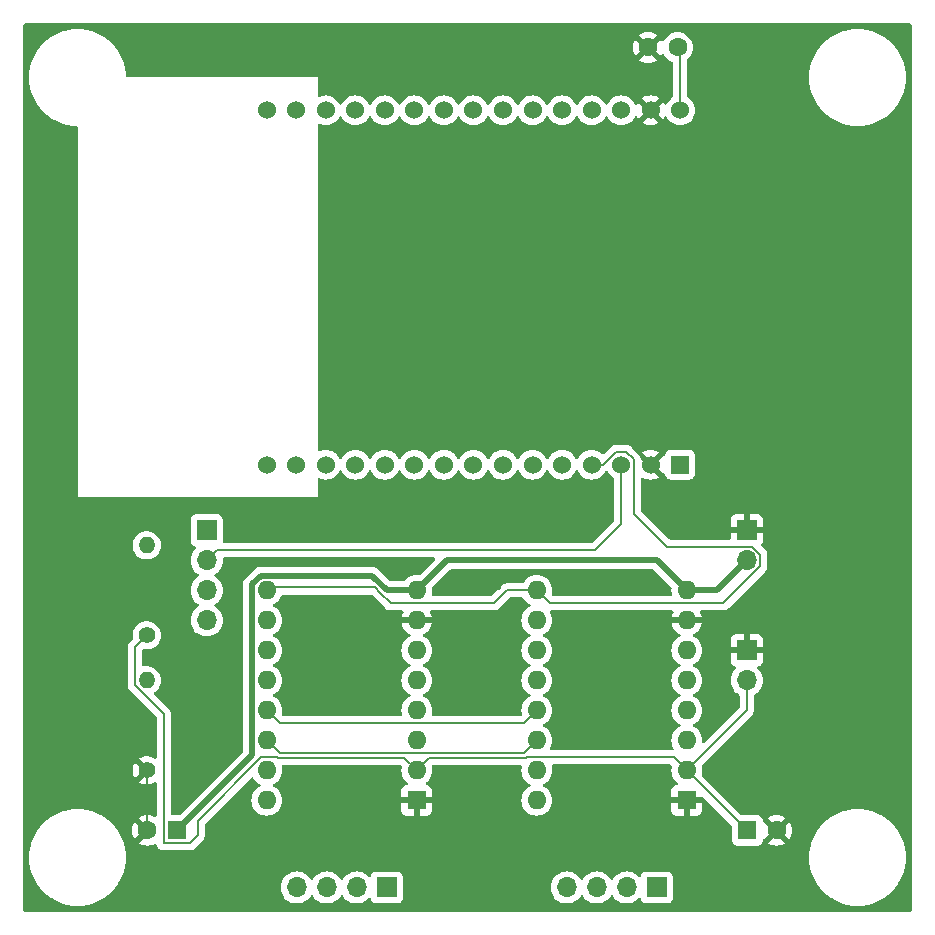
<source format=gbr>
%TF.GenerationSoftware,KiCad,Pcbnew,8.0.6*%
%TF.CreationDate,2024-11-14T00:00:25+01:00*%
%TF.ProjectId,CameraSlider,43616d65-7261-4536-9c69-6465722e6b69,rev?*%
%TF.SameCoordinates,Original*%
%TF.FileFunction,Copper,L2,Bot*%
%TF.FilePolarity,Positive*%
%FSLAX46Y46*%
G04 Gerber Fmt 4.6, Leading zero omitted, Abs format (unit mm)*
G04 Created by KiCad (PCBNEW 8.0.6) date 2024-11-14 00:00:25*
%MOMM*%
%LPD*%
G01*
G04 APERTURE LIST*
%TA.AperFunction,ComponentPad*%
%ADD10O,1.400000X1.400000*%
%TD*%
%TA.AperFunction,ComponentPad*%
%ADD11C,1.400000*%
%TD*%
%TA.AperFunction,ComponentPad*%
%ADD12O,1.700000X1.700000*%
%TD*%
%TA.AperFunction,ComponentPad*%
%ADD13R,1.700000X1.700000*%
%TD*%
%TA.AperFunction,ComponentPad*%
%ADD14C,1.600000*%
%TD*%
%TA.AperFunction,ComponentPad*%
%ADD15R,1.600000X1.600000*%
%TD*%
%TA.AperFunction,ComponentPad*%
%ADD16R,1.524000X1.524000*%
%TD*%
%TA.AperFunction,ComponentPad*%
%ADD17C,1.524000*%
%TD*%
%TA.AperFunction,ComponentPad*%
%ADD18O,1.600000X1.600000*%
%TD*%
%TA.AperFunction,ViaPad*%
%ADD19C,0.600000*%
%TD*%
%TA.AperFunction,Conductor*%
%ADD20C,0.200000*%
%TD*%
%TA.AperFunction,Conductor*%
%ADD21C,0.500000*%
%TD*%
G04 APERTURE END LIST*
D10*
%TO.P,R2,2*%
%TO.N,Net-(J4-Pin_3)*%
X137940000Y-106920000D03*
D11*
%TO.P,R2,1*%
%TO.N,GND*%
X137940000Y-114540000D03*
%TD*%
D10*
%TO.P,R1,2*%
%TO.N,Net-(J4-Pin_1)*%
X137940000Y-95490000D03*
D11*
%TO.P,R1,1*%
%TO.N,+5V*%
X137940000Y-103110000D03*
%TD*%
D12*
%TO.P,J7,2,Pin_2*%
%TO.N,+12V*%
X188740000Y-96760000D03*
D13*
%TO.P,J7,1,Pin_1*%
%TO.N,GND*%
X188740000Y-94220000D03*
%TD*%
D12*
%TO.P,J4,4,Pin_4*%
%TO.N,unconnected-(J4-Pin_4-Pad4)*%
X143020000Y-101840000D03*
%TO.P,J4,3,Pin_3*%
%TO.N,Net-(J4-Pin_3)*%
X143020000Y-99300000D03*
%TO.P,J4,2,Pin_2*%
%TO.N,Switch*%
X143020000Y-96760000D03*
D13*
%TO.P,J4,1,Pin_1*%
%TO.N,Net-(J4-Pin_1)*%
X143020000Y-94220000D03*
%TD*%
D12*
%TO.P,J1,2,Pin_2*%
%TO.N,+5V*%
X188740000Y-106920000D03*
D13*
%TO.P,J1,1,Pin_1*%
%TO.N,GND*%
X188740000Y-104380000D03*
%TD*%
D14*
%TO.P,C3,2*%
%TO.N,GND*%
X137980000Y-119620000D03*
D15*
%TO.P,C3,1*%
%TO.N,+12V*%
X140480000Y-119620000D03*
%TD*%
D14*
%TO.P,C2,2*%
%TO.N,GND*%
X191280000Y-119620000D03*
D15*
%TO.P,C2,1*%
%TO.N,+5V*%
X188780000Y-119620000D03*
%TD*%
D14*
%TO.P,C1,2*%
%TO.N,GND*%
X180380000Y-53340000D03*
%TO.P,C1,1*%
%TO.N,+3V3*%
X182880000Y-53340000D03*
%TD*%
D16*
%TO.P,U1,1,VIN*%
%TO.N,+5V*%
X183100000Y-88660000D03*
D17*
%TO.P,U1,2,GND*%
%TO.N,GND*%
X180600000Y-88660000D03*
%TO.P,U1,3,D13*%
%TO.N,Switch*%
X178100000Y-88660000D03*
%TO.P,U1,4,D12*%
%TO.N,EN*%
X175600000Y-88660000D03*
%TO.P,U1,5,D14*%
%TO.N,M1_RST*%
X173100000Y-88660000D03*
%TO.P,U1,6,D27*%
%TO.N,M1_SLP*%
X170600000Y-88660000D03*
%TO.P,U1,7,D26*%
%TO.N,unconnected-(U1-D26-Pad7)*%
X168100000Y-88660000D03*
%TO.P,U1,8,D25*%
%TO.N,unconnected-(U1-D25-Pad8)*%
X165600000Y-88660000D03*
%TO.P,U1,9,D33*%
%TO.N,M2_DIR*%
X163100000Y-88660000D03*
%TO.P,U1,10,D32*%
%TO.N,M2_STEP*%
X160600000Y-88660000D03*
%TO.P,U1,11,D35*%
%TO.N,M1_DIR*%
X158100000Y-88660000D03*
%TO.P,U1,12,D34*%
%TO.N,M1_STEP*%
X155600000Y-88660000D03*
%TO.P,U1,13,VN*%
%TO.N,unconnected-(U1-VN-Pad13)*%
X153100000Y-88660000D03*
%TO.P,U1,14,VP*%
%TO.N,unconnected-(U1-VP-Pad14)*%
X150600000Y-88660000D03*
%TO.P,U1,15,EN*%
%TO.N,unconnected-(U1-EN-Pad15)*%
X148100000Y-88660000D03*
%TO.P,U1,16,D23*%
%TO.N,unconnected-(U1-D23-Pad16)*%
X148100000Y-58660000D03*
%TO.P,U1,17,D22*%
%TO.N,unconnected-(U1-D22-Pad17)*%
X150600000Y-58660000D03*
%TO.P,U1,18,TX0*%
%TO.N,unconnected-(U1-TX0-Pad18)*%
X153100000Y-58660000D03*
%TO.P,U1,19,RX0*%
%TO.N,unconnected-(U1-RX0-Pad19)*%
X155600000Y-58660000D03*
%TO.P,U1,20,D21*%
%TO.N,unconnected-(U1-D21-Pad20)*%
X158100000Y-58660000D03*
%TO.P,U1,21,D19*%
%TO.N,unconnected-(U1-D19-Pad21)*%
X160600000Y-58660000D03*
%TO.P,U1,22,D18*%
%TO.N,unconnected-(U1-D18-Pad22)*%
X163100000Y-58660000D03*
%TO.P,U1,23,D5*%
%TO.N,unconnected-(U1-D5-Pad23)*%
X165600000Y-58660000D03*
%TO.P,U1,24,D17*%
%TO.N,unconnected-(U1-D17-Pad24)*%
X168100000Y-58660000D03*
%TO.P,U1,25,D16*%
%TO.N,unconnected-(U1-D16-Pad25)*%
X170600000Y-58660000D03*
%TO.P,U1,26,D4*%
%TO.N,unconnected-(U1-D4-Pad26)*%
X173100000Y-58660000D03*
%TO.P,U1,27,D2*%
%TO.N,unconnected-(U1-D2-Pad27)*%
X175600000Y-58660000D03*
%TO.P,U1,28,D15*%
%TO.N,unconnected-(U1-D15-Pad28)*%
X178100000Y-58660000D03*
%TO.P,U1,29,GND*%
%TO.N,GND*%
X180600000Y-58660000D03*
%TO.P,U1,30,3V3*%
%TO.N,+3V3*%
X183100000Y-58660000D03*
%TD*%
D13*
%TO.P,J3,1,Pin_1*%
%TO.N,M2_1B*%
X181120000Y-124460000D03*
D12*
%TO.P,J3,2,Pin_2*%
%TO.N,M2_1A*%
X178580000Y-124460000D03*
%TO.P,J3,3,Pin_3*%
%TO.N,M2_2A*%
X176040000Y-124460000D03*
%TO.P,J3,4,Pin_4*%
%TO.N,M2_2B*%
X173500000Y-124460000D03*
%TD*%
D13*
%TO.P,J2,1,Pin_1*%
%TO.N,M1_1B*%
X158260000Y-124460000D03*
D12*
%TO.P,J2,2,Pin_2*%
%TO.N,M1_1A*%
X155720000Y-124460000D03*
%TO.P,J2,3,Pin_3*%
%TO.N,M1_2A*%
X153180000Y-124460000D03*
%TO.P,J2,4,Pin_4*%
%TO.N,M1_2B*%
X150640000Y-124460000D03*
%TD*%
D15*
%TO.P,A2,1,GND*%
%TO.N,GND*%
X183660000Y-117080000D03*
D18*
%TO.P,A2,2,VDD*%
%TO.N,+5V*%
X183660000Y-114540000D03*
%TO.P,A2,3,1B*%
%TO.N,M2_1B*%
X183660000Y-112000000D03*
%TO.P,A2,4,1A*%
%TO.N,M2_1A*%
X183660000Y-109460000D03*
%TO.P,A2,5,2A*%
%TO.N,M2_2A*%
X183660000Y-106920000D03*
%TO.P,A2,6,2B*%
%TO.N,M2_2B*%
X183660000Y-104380000D03*
%TO.P,A2,7,GND*%
%TO.N,GND*%
X183660000Y-101840000D03*
%TO.P,A2,8,VMOT*%
%TO.N,+12V*%
X183660000Y-99300000D03*
%TO.P,A2,9,~{ENABLE}*%
%TO.N,EN*%
X170960000Y-99300000D03*
%TO.P,A2,10,MS1*%
%TO.N,unconnected-(A2-MS1-Pad10)*%
X170960000Y-101840000D03*
%TO.P,A2,11,MS2*%
%TO.N,unconnected-(A2-MS2-Pad11)*%
X170960000Y-104380000D03*
%TO.P,A2,12,MS3*%
%TO.N,unconnected-(A2-MS3-Pad12)*%
X170960000Y-106920000D03*
%TO.P,A2,13,~{RESET}*%
%TO.N,M1_RST*%
X170960000Y-109460000D03*
%TO.P,A2,14,~{SLEEP}*%
%TO.N,M1_SLP*%
X170960000Y-112000000D03*
%TO.P,A2,15,STEP*%
%TO.N,M2_STEP*%
X170960000Y-114540000D03*
%TO.P,A2,16,DIR*%
%TO.N,M2_DIR*%
X170960000Y-117080000D03*
%TD*%
D15*
%TO.P,A1,1,GND*%
%TO.N,GND*%
X160800000Y-117080000D03*
D18*
%TO.P,A1,2,VDD*%
%TO.N,+5V*%
X160800000Y-114540000D03*
%TO.P,A1,3,1B*%
%TO.N,M1_1B*%
X160800000Y-112000000D03*
%TO.P,A1,4,1A*%
%TO.N,M1_1A*%
X160800000Y-109460000D03*
%TO.P,A1,5,2A*%
%TO.N,M1_2A*%
X160800000Y-106920000D03*
%TO.P,A1,6,2B*%
%TO.N,M1_2B*%
X160800000Y-104380000D03*
%TO.P,A1,7,GND*%
%TO.N,GND*%
X160800000Y-101840000D03*
%TO.P,A1,8,VMOT*%
%TO.N,+12V*%
X160800000Y-99300000D03*
%TO.P,A1,9,~{ENABLE}*%
%TO.N,EN*%
X148100000Y-99300000D03*
%TO.P,A1,10,MS1*%
%TO.N,unconnected-(A1-MS1-Pad10)*%
X148100000Y-101840000D03*
%TO.P,A1,11,MS2*%
%TO.N,unconnected-(A1-MS2-Pad11)*%
X148100000Y-104380000D03*
%TO.P,A1,12,MS3*%
%TO.N,unconnected-(A1-MS3-Pad12)*%
X148100000Y-106920000D03*
%TO.P,A1,13,~{RESET}*%
%TO.N,M1_RST*%
X148100000Y-109460000D03*
%TO.P,A1,14,~{SLEEP}*%
%TO.N,M1_SLP*%
X148100000Y-112000000D03*
%TO.P,A1,15,STEP*%
%TO.N,M1_STEP*%
X148100000Y-114540000D03*
%TO.P,A1,16,DIR*%
%TO.N,M1_DIR*%
X148100000Y-117080000D03*
%TD*%
D19*
%TO.N,GND*%
X167640000Y-93980000D03*
X167640000Y-99060000D03*
X167640000Y-104140000D03*
%TD*%
D20*
%TO.N,M1_SLP*%
X149200000Y-113100000D02*
X148100000Y-112000000D01*
X169860000Y-113100000D02*
X149200000Y-113100000D01*
X170960000Y-112000000D02*
X169860000Y-113100000D01*
%TO.N,+5V*%
X170085685Y-113440000D02*
X182560000Y-113440000D01*
X170025685Y-113500000D02*
X170085685Y-113440000D01*
X161840000Y-113500000D02*
X170025685Y-113500000D01*
X160800000Y-114540000D02*
X161840000Y-113500000D01*
X182560000Y-113440000D02*
X183660000Y-114540000D01*
X159760000Y-113500000D02*
X160800000Y-114540000D01*
X149034314Y-113500000D02*
X159760000Y-113500000D01*
X147644365Y-113440000D02*
X148974314Y-113440000D01*
X142240000Y-118844365D02*
X147644365Y-113440000D01*
X142240000Y-120040000D02*
X142240000Y-118844365D01*
X148974314Y-113440000D02*
X149034314Y-113500000D01*
X141560000Y-120720000D02*
X142240000Y-120040000D01*
X136940000Y-107334214D02*
X139380000Y-109774214D01*
X139380000Y-109774214D02*
X139380000Y-120720000D01*
X136940000Y-104110000D02*
X136940000Y-107334214D01*
X139380000Y-120720000D02*
X141560000Y-120720000D01*
X137940000Y-103110000D02*
X136940000Y-104110000D01*
%TO.N,+3V3*%
X183100000Y-53560000D02*
X182880000Y-53340000D01*
X183100000Y-58660000D02*
X183100000Y-53560000D01*
%TO.N,+5V*%
X188740000Y-119620000D02*
X188780000Y-119620000D01*
X183660000Y-114540000D02*
X188740000Y-119620000D01*
%TO.N,EN*%
X157710000Y-99527817D02*
X157242182Y-99060000D01*
X157242182Y-99060000D02*
X148340000Y-99060000D01*
X158582183Y-100400000D02*
X157710000Y-99527817D01*
X167320000Y-100400000D02*
X158582183Y-100400000D01*
X148340000Y-99060000D02*
X148100000Y-99300000D01*
X170960000Y-99300000D02*
X168420000Y-99300000D01*
X168420000Y-99300000D02*
X167320000Y-100400000D01*
%TO.N,Switch*%
X175870000Y-95910000D02*
X178100000Y-93680000D01*
X178100000Y-93680000D02*
X178100000Y-88660000D01*
X143870000Y-95910000D02*
X175870000Y-95910000D01*
X143020000Y-96760000D02*
X143870000Y-95910000D01*
%TO.N,EN*%
X172060000Y-100400000D02*
X170960000Y-99300000D01*
X189890000Y-97236346D02*
X186726346Y-100400000D01*
X189890000Y-96283654D02*
X189890000Y-97236346D01*
X181970000Y-95610000D02*
X189216346Y-95610000D01*
X179162000Y-88220105D02*
X179162000Y-92802000D01*
X178539895Y-87598000D02*
X179162000Y-88220105D01*
X186726346Y-100400000D02*
X172060000Y-100400000D01*
X177660105Y-87598000D02*
X178539895Y-87598000D01*
X176598105Y-88660000D02*
X177660105Y-87598000D01*
X179162000Y-92802000D02*
X181970000Y-95610000D01*
X175600000Y-88660000D02*
X176598105Y-88660000D01*
X189216346Y-95610000D02*
X189890000Y-96283654D01*
D21*
%TO.N,+12V*%
X186200000Y-99300000D02*
X188740000Y-96760000D01*
X183660000Y-99300000D02*
X186200000Y-99300000D01*
D20*
%TO.N,+5V*%
X188740000Y-109460000D02*
X183660000Y-114540000D01*
X188740000Y-106920000D02*
X188740000Y-109460000D01*
%TO.N,GND*%
X137940000Y-117080000D02*
X137980000Y-117120000D01*
X137980000Y-117120000D02*
X137980000Y-119620000D01*
X137940000Y-114540000D02*
X137940000Y-117080000D01*
D21*
%TO.N,+12V*%
X146850000Y-113250000D02*
X140480000Y-119620000D01*
X147582233Y-98050000D02*
X146850000Y-98782233D01*
X157010000Y-98050000D02*
X147582233Y-98050000D01*
X158260000Y-99300000D02*
X157010000Y-98050000D01*
X160800000Y-99300000D02*
X158260000Y-99300000D01*
X146850000Y-98782233D02*
X146850000Y-113250000D01*
X181120000Y-96760000D02*
X183660000Y-99300000D01*
X163340000Y-96760000D02*
X181120000Y-96760000D01*
X160800000Y-99300000D02*
X163340000Y-96760000D01*
D20*
%TO.N,M1_RST*%
X149200000Y-110560000D02*
X148100000Y-109460000D01*
X170960000Y-109460000D02*
X169860000Y-110560000D01*
X169860000Y-110560000D02*
X149200000Y-110560000D01*
%TD*%
%TA.AperFunction,Conductor*%
%TO.N,GND*%
G36*
X202642539Y-51320185D02*
G01*
X202688294Y-51372989D01*
X202699500Y-51424500D01*
X202699500Y-126375500D01*
X202679815Y-126442539D01*
X202627011Y-126488294D01*
X202575500Y-126499500D01*
X127624500Y-126499500D01*
X127557461Y-126479815D01*
X127511706Y-126427011D01*
X127500500Y-126375500D01*
X127500500Y-121920000D01*
X127982462Y-121920000D01*
X128002193Y-122321629D01*
X128002193Y-122321635D01*
X128002194Y-122321637D01*
X128061194Y-122719386D01*
X128158904Y-123109462D01*
X128294361Y-123488040D01*
X128294369Y-123488060D01*
X128466294Y-123851566D01*
X128466296Y-123851569D01*
X128673023Y-124196473D01*
X128912553Y-124519443D01*
X128912556Y-124519447D01*
X129182602Y-124817397D01*
X129480552Y-125087443D01*
X129480556Y-125087446D01*
X129803526Y-125326976D01*
X129886267Y-125376569D01*
X130148434Y-125533706D01*
X130511940Y-125705631D01*
X130511954Y-125705636D01*
X130511959Y-125705638D01*
X130646544Y-125753793D01*
X130890548Y-125841099D01*
X131280610Y-125938805D01*
X131678371Y-125997807D01*
X132080000Y-126017538D01*
X132481629Y-125997807D01*
X132879390Y-125938805D01*
X133269452Y-125841099D01*
X133648060Y-125705631D01*
X134011566Y-125533706D01*
X134356470Y-125326978D01*
X134626723Y-125126546D01*
X134679443Y-125087446D01*
X134679447Y-125087443D01*
X134679447Y-125087442D01*
X134679451Y-125087440D01*
X134977397Y-124817397D01*
X135247440Y-124519451D01*
X135291532Y-124460000D01*
X135291533Y-124459999D01*
X149284341Y-124459999D01*
X149284341Y-124460000D01*
X149304936Y-124695403D01*
X149304938Y-124695413D01*
X149366094Y-124923655D01*
X149366096Y-124923659D01*
X149366097Y-124923663D01*
X149446004Y-125095023D01*
X149465965Y-125137830D01*
X149465967Y-125137834D01*
X149574281Y-125292521D01*
X149601505Y-125331401D01*
X149768599Y-125498495D01*
X149865384Y-125566265D01*
X149962165Y-125634032D01*
X149962167Y-125634033D01*
X149962170Y-125634035D01*
X150176337Y-125733903D01*
X150404592Y-125795063D01*
X150581034Y-125810500D01*
X150639999Y-125815659D01*
X150640000Y-125815659D01*
X150640001Y-125815659D01*
X150698966Y-125810500D01*
X150875408Y-125795063D01*
X151103663Y-125733903D01*
X151317830Y-125634035D01*
X151511401Y-125498495D01*
X151678495Y-125331401D01*
X151808425Y-125145842D01*
X151863002Y-125102217D01*
X151932500Y-125095023D01*
X151994855Y-125126546D01*
X152011575Y-125145842D01*
X152141500Y-125331395D01*
X152141505Y-125331401D01*
X152308599Y-125498495D01*
X152405384Y-125566265D01*
X152502165Y-125634032D01*
X152502167Y-125634033D01*
X152502170Y-125634035D01*
X152716337Y-125733903D01*
X152944592Y-125795063D01*
X153121034Y-125810500D01*
X153179999Y-125815659D01*
X153180000Y-125815659D01*
X153180001Y-125815659D01*
X153238966Y-125810500D01*
X153415408Y-125795063D01*
X153643663Y-125733903D01*
X153857830Y-125634035D01*
X154051401Y-125498495D01*
X154218495Y-125331401D01*
X154348425Y-125145842D01*
X154403002Y-125102217D01*
X154472500Y-125095023D01*
X154534855Y-125126546D01*
X154551575Y-125145842D01*
X154681500Y-125331395D01*
X154681505Y-125331401D01*
X154848599Y-125498495D01*
X154945384Y-125566265D01*
X155042165Y-125634032D01*
X155042167Y-125634033D01*
X155042170Y-125634035D01*
X155256337Y-125733903D01*
X155484592Y-125795063D01*
X155661034Y-125810500D01*
X155719999Y-125815659D01*
X155720000Y-125815659D01*
X155720001Y-125815659D01*
X155778966Y-125810500D01*
X155955408Y-125795063D01*
X156183663Y-125733903D01*
X156397830Y-125634035D01*
X156591401Y-125498495D01*
X156713329Y-125376566D01*
X156774648Y-125343084D01*
X156844340Y-125348068D01*
X156900274Y-125389939D01*
X156917189Y-125420917D01*
X156966202Y-125552328D01*
X156966206Y-125552335D01*
X157052452Y-125667544D01*
X157052455Y-125667547D01*
X157167664Y-125753793D01*
X157167671Y-125753797D01*
X157302517Y-125804091D01*
X157302516Y-125804091D01*
X157309444Y-125804835D01*
X157362127Y-125810500D01*
X159157872Y-125810499D01*
X159217483Y-125804091D01*
X159352331Y-125753796D01*
X159467546Y-125667546D01*
X159553796Y-125552331D01*
X159604091Y-125417483D01*
X159610500Y-125357873D01*
X159610499Y-124459999D01*
X172144341Y-124459999D01*
X172144341Y-124460000D01*
X172164936Y-124695403D01*
X172164938Y-124695413D01*
X172226094Y-124923655D01*
X172226096Y-124923659D01*
X172226097Y-124923663D01*
X172306004Y-125095023D01*
X172325965Y-125137830D01*
X172325967Y-125137834D01*
X172434281Y-125292521D01*
X172461505Y-125331401D01*
X172628599Y-125498495D01*
X172725384Y-125566265D01*
X172822165Y-125634032D01*
X172822167Y-125634033D01*
X172822170Y-125634035D01*
X173036337Y-125733903D01*
X173264592Y-125795063D01*
X173441034Y-125810500D01*
X173499999Y-125815659D01*
X173500000Y-125815659D01*
X173500001Y-125815659D01*
X173558966Y-125810500D01*
X173735408Y-125795063D01*
X173963663Y-125733903D01*
X174177830Y-125634035D01*
X174371401Y-125498495D01*
X174538495Y-125331401D01*
X174668425Y-125145842D01*
X174723002Y-125102217D01*
X174792500Y-125095023D01*
X174854855Y-125126546D01*
X174871575Y-125145842D01*
X175001500Y-125331395D01*
X175001505Y-125331401D01*
X175168599Y-125498495D01*
X175265384Y-125566265D01*
X175362165Y-125634032D01*
X175362167Y-125634033D01*
X175362170Y-125634035D01*
X175576337Y-125733903D01*
X175804592Y-125795063D01*
X175981034Y-125810500D01*
X176039999Y-125815659D01*
X176040000Y-125815659D01*
X176040001Y-125815659D01*
X176098966Y-125810500D01*
X176275408Y-125795063D01*
X176503663Y-125733903D01*
X176717830Y-125634035D01*
X176911401Y-125498495D01*
X177078495Y-125331401D01*
X177208425Y-125145842D01*
X177263002Y-125102217D01*
X177332500Y-125095023D01*
X177394855Y-125126546D01*
X177411575Y-125145842D01*
X177541500Y-125331395D01*
X177541505Y-125331401D01*
X177708599Y-125498495D01*
X177805384Y-125566265D01*
X177902165Y-125634032D01*
X177902167Y-125634033D01*
X177902170Y-125634035D01*
X178116337Y-125733903D01*
X178344592Y-125795063D01*
X178521034Y-125810500D01*
X178579999Y-125815659D01*
X178580000Y-125815659D01*
X178580001Y-125815659D01*
X178638966Y-125810500D01*
X178815408Y-125795063D01*
X179043663Y-125733903D01*
X179257830Y-125634035D01*
X179451401Y-125498495D01*
X179573329Y-125376566D01*
X179634648Y-125343084D01*
X179704340Y-125348068D01*
X179760274Y-125389939D01*
X179777189Y-125420917D01*
X179826202Y-125552328D01*
X179826206Y-125552335D01*
X179912452Y-125667544D01*
X179912455Y-125667547D01*
X180027664Y-125753793D01*
X180027671Y-125753797D01*
X180162517Y-125804091D01*
X180162516Y-125804091D01*
X180169444Y-125804835D01*
X180222127Y-125810500D01*
X182017872Y-125810499D01*
X182077483Y-125804091D01*
X182212331Y-125753796D01*
X182327546Y-125667546D01*
X182413796Y-125552331D01*
X182464091Y-125417483D01*
X182470500Y-125357873D01*
X182470499Y-123562128D01*
X182464091Y-123502517D01*
X182462810Y-123499083D01*
X182413797Y-123367671D01*
X182413793Y-123367664D01*
X182327547Y-123252455D01*
X182327544Y-123252452D01*
X182212335Y-123166206D01*
X182212328Y-123166202D01*
X182077482Y-123115908D01*
X182077483Y-123115908D01*
X182017883Y-123109501D01*
X182017881Y-123109500D01*
X182017873Y-123109500D01*
X182017864Y-123109500D01*
X180222129Y-123109500D01*
X180222123Y-123109501D01*
X180162516Y-123115908D01*
X180027671Y-123166202D01*
X180027664Y-123166206D01*
X179912455Y-123252452D01*
X179912452Y-123252455D01*
X179826206Y-123367664D01*
X179826203Y-123367669D01*
X179777189Y-123499083D01*
X179735317Y-123555016D01*
X179669853Y-123579433D01*
X179601580Y-123564581D01*
X179573326Y-123543430D01*
X179451402Y-123421506D01*
X179451395Y-123421501D01*
X179257834Y-123285967D01*
X179257830Y-123285965D01*
X179257828Y-123285964D01*
X179043663Y-123186097D01*
X179043659Y-123186096D01*
X179043655Y-123186094D01*
X178815413Y-123124938D01*
X178815403Y-123124936D01*
X178580001Y-123104341D01*
X178579999Y-123104341D01*
X178344596Y-123124936D01*
X178344586Y-123124938D01*
X178116344Y-123186094D01*
X178116335Y-123186098D01*
X177902171Y-123285964D01*
X177902169Y-123285965D01*
X177708597Y-123421505D01*
X177541505Y-123588597D01*
X177411575Y-123774158D01*
X177356998Y-123817783D01*
X177287500Y-123824977D01*
X177225145Y-123793454D01*
X177208425Y-123774158D01*
X177078494Y-123588597D01*
X176911402Y-123421506D01*
X176911395Y-123421501D01*
X176717834Y-123285967D01*
X176717830Y-123285965D01*
X176717828Y-123285964D01*
X176503663Y-123186097D01*
X176503659Y-123186096D01*
X176503655Y-123186094D01*
X176275413Y-123124938D01*
X176275403Y-123124936D01*
X176040001Y-123104341D01*
X176039999Y-123104341D01*
X175804596Y-123124936D01*
X175804586Y-123124938D01*
X175576344Y-123186094D01*
X175576335Y-123186098D01*
X175362171Y-123285964D01*
X175362169Y-123285965D01*
X175168597Y-123421505D01*
X175001505Y-123588597D01*
X174871575Y-123774158D01*
X174816998Y-123817783D01*
X174747500Y-123824977D01*
X174685145Y-123793454D01*
X174668425Y-123774158D01*
X174538494Y-123588597D01*
X174371402Y-123421506D01*
X174371395Y-123421501D01*
X174177834Y-123285967D01*
X174177830Y-123285965D01*
X174177828Y-123285964D01*
X173963663Y-123186097D01*
X173963659Y-123186096D01*
X173963655Y-123186094D01*
X173735413Y-123124938D01*
X173735403Y-123124936D01*
X173500001Y-123104341D01*
X173499999Y-123104341D01*
X173264596Y-123124936D01*
X173264586Y-123124938D01*
X173036344Y-123186094D01*
X173036335Y-123186098D01*
X172822171Y-123285964D01*
X172822169Y-123285965D01*
X172628597Y-123421505D01*
X172461505Y-123588597D01*
X172325965Y-123782169D01*
X172325964Y-123782171D01*
X172226098Y-123996335D01*
X172226094Y-123996344D01*
X172164938Y-124224586D01*
X172164936Y-124224596D01*
X172144341Y-124459999D01*
X159610499Y-124459999D01*
X159610499Y-123562128D01*
X159604091Y-123502517D01*
X159602810Y-123499083D01*
X159553797Y-123367671D01*
X159553793Y-123367664D01*
X159467547Y-123252455D01*
X159467544Y-123252452D01*
X159352335Y-123166206D01*
X159352328Y-123166202D01*
X159217482Y-123115908D01*
X159217483Y-123115908D01*
X159157883Y-123109501D01*
X159157881Y-123109500D01*
X159157873Y-123109500D01*
X159157864Y-123109500D01*
X157362129Y-123109500D01*
X157362123Y-123109501D01*
X157302516Y-123115908D01*
X157167671Y-123166202D01*
X157167664Y-123166206D01*
X157052455Y-123252452D01*
X157052452Y-123252455D01*
X156966206Y-123367664D01*
X156966203Y-123367669D01*
X156917189Y-123499083D01*
X156875317Y-123555016D01*
X156809853Y-123579433D01*
X156741580Y-123564581D01*
X156713326Y-123543430D01*
X156591402Y-123421506D01*
X156591395Y-123421501D01*
X156397834Y-123285967D01*
X156397830Y-123285965D01*
X156397828Y-123285964D01*
X156183663Y-123186097D01*
X156183659Y-123186096D01*
X156183655Y-123186094D01*
X155955413Y-123124938D01*
X155955403Y-123124936D01*
X155720001Y-123104341D01*
X155719999Y-123104341D01*
X155484596Y-123124936D01*
X155484586Y-123124938D01*
X155256344Y-123186094D01*
X155256335Y-123186098D01*
X155042171Y-123285964D01*
X155042169Y-123285965D01*
X154848597Y-123421505D01*
X154681505Y-123588597D01*
X154551575Y-123774158D01*
X154496998Y-123817783D01*
X154427500Y-123824977D01*
X154365145Y-123793454D01*
X154348425Y-123774158D01*
X154218494Y-123588597D01*
X154051402Y-123421506D01*
X154051395Y-123421501D01*
X153857834Y-123285967D01*
X153857830Y-123285965D01*
X153857828Y-123285964D01*
X153643663Y-123186097D01*
X153643659Y-123186096D01*
X153643655Y-123186094D01*
X153415413Y-123124938D01*
X153415403Y-123124936D01*
X153180001Y-123104341D01*
X153179999Y-123104341D01*
X152944596Y-123124936D01*
X152944586Y-123124938D01*
X152716344Y-123186094D01*
X152716335Y-123186098D01*
X152502171Y-123285964D01*
X152502169Y-123285965D01*
X152308597Y-123421505D01*
X152141505Y-123588597D01*
X152011575Y-123774158D01*
X151956998Y-123817783D01*
X151887500Y-123824977D01*
X151825145Y-123793454D01*
X151808425Y-123774158D01*
X151678494Y-123588597D01*
X151511402Y-123421506D01*
X151511395Y-123421501D01*
X151317834Y-123285967D01*
X151317830Y-123285965D01*
X151317828Y-123285964D01*
X151103663Y-123186097D01*
X151103659Y-123186096D01*
X151103655Y-123186094D01*
X150875413Y-123124938D01*
X150875403Y-123124936D01*
X150640001Y-123104341D01*
X150639999Y-123104341D01*
X150404596Y-123124936D01*
X150404586Y-123124938D01*
X150176344Y-123186094D01*
X150176335Y-123186098D01*
X149962171Y-123285964D01*
X149962169Y-123285965D01*
X149768597Y-123421505D01*
X149601505Y-123588597D01*
X149465965Y-123782169D01*
X149465964Y-123782171D01*
X149366098Y-123996335D01*
X149366094Y-123996344D01*
X149304938Y-124224586D01*
X149304936Y-124224596D01*
X149284341Y-124459999D01*
X135291533Y-124459999D01*
X135486976Y-124196473D01*
X135541148Y-124106093D01*
X135693706Y-123851566D01*
X135865631Y-123488060D01*
X136001099Y-123109452D01*
X136098805Y-122719390D01*
X136157807Y-122321629D01*
X136177538Y-121920000D01*
X194022462Y-121920000D01*
X194042193Y-122321629D01*
X194042193Y-122321635D01*
X194042194Y-122321637D01*
X194101194Y-122719386D01*
X194198904Y-123109462D01*
X194334361Y-123488040D01*
X194334369Y-123488060D01*
X194506294Y-123851566D01*
X194506296Y-123851569D01*
X194713023Y-124196473D01*
X194952553Y-124519443D01*
X194952556Y-124519447D01*
X195222602Y-124817397D01*
X195520552Y-125087443D01*
X195520556Y-125087446D01*
X195843526Y-125326976D01*
X195926267Y-125376569D01*
X196188434Y-125533706D01*
X196551940Y-125705631D01*
X196551954Y-125705636D01*
X196551959Y-125705638D01*
X196686544Y-125753793D01*
X196930548Y-125841099D01*
X197320610Y-125938805D01*
X197718371Y-125997807D01*
X198120000Y-126017538D01*
X198521629Y-125997807D01*
X198919390Y-125938805D01*
X199309452Y-125841099D01*
X199688060Y-125705631D01*
X200051566Y-125533706D01*
X200396470Y-125326978D01*
X200666723Y-125126546D01*
X200719443Y-125087446D01*
X200719447Y-125087443D01*
X200719447Y-125087442D01*
X200719451Y-125087440D01*
X201017397Y-124817397D01*
X201287440Y-124519451D01*
X201331532Y-124460000D01*
X201526976Y-124196473D01*
X201581148Y-124106093D01*
X201733706Y-123851566D01*
X201905631Y-123488060D01*
X202041099Y-123109452D01*
X202138805Y-122719390D01*
X202197807Y-122321629D01*
X202217538Y-121920000D01*
X202197807Y-121518371D01*
X202138805Y-121120610D01*
X202041099Y-120730548D01*
X201947114Y-120467876D01*
X201905638Y-120351959D01*
X201905636Y-120351954D01*
X201905631Y-120351940D01*
X201733706Y-119988434D01*
X201565428Y-119707680D01*
X201526976Y-119643526D01*
X201287446Y-119320556D01*
X201287443Y-119320552D01*
X201017397Y-119022602D01*
X200719447Y-118752556D01*
X200719443Y-118752553D01*
X200396473Y-118513023D01*
X200099222Y-118334858D01*
X200051566Y-118306294D01*
X199688060Y-118134369D01*
X199688040Y-118134361D01*
X199309462Y-117998904D01*
X199309456Y-117998902D01*
X199309452Y-117998901D01*
X198919390Y-117901195D01*
X198919389Y-117901194D01*
X198919386Y-117901194D01*
X198521637Y-117842194D01*
X198521635Y-117842193D01*
X198521629Y-117842193D01*
X198120000Y-117822462D01*
X197718371Y-117842193D01*
X197718365Y-117842193D01*
X197718362Y-117842194D01*
X197320613Y-117901194D01*
X197124029Y-117950436D01*
X196930548Y-117998901D01*
X196930545Y-117998901D01*
X196930537Y-117998904D01*
X196551959Y-118134361D01*
X196551939Y-118134369D01*
X196313778Y-118247011D01*
X196237303Y-118283181D01*
X196188430Y-118306296D01*
X195843526Y-118513023D01*
X195520556Y-118752553D01*
X195520552Y-118752556D01*
X195222602Y-119022602D01*
X194952556Y-119320552D01*
X194952553Y-119320556D01*
X194713023Y-119643526D01*
X194506296Y-119988430D01*
X194334369Y-120351939D01*
X194334361Y-120351959D01*
X194198904Y-120730537D01*
X194198901Y-120730545D01*
X194198901Y-120730548D01*
X194152926Y-120914091D01*
X194101194Y-121120613D01*
X194071544Y-121320499D01*
X194042193Y-121518371D01*
X194022462Y-121920000D01*
X136177538Y-121920000D01*
X136157807Y-121518371D01*
X136098805Y-121120610D01*
X136001099Y-120730548D01*
X135907114Y-120467876D01*
X135865638Y-120351959D01*
X135865636Y-120351954D01*
X135865631Y-120351940D01*
X135693706Y-119988434D01*
X135525428Y-119707680D01*
X135486976Y-119643526D01*
X135247446Y-119320556D01*
X135247443Y-119320552D01*
X134977397Y-119022602D01*
X134679447Y-118752556D01*
X134679443Y-118752553D01*
X134356473Y-118513023D01*
X134059222Y-118334858D01*
X134011566Y-118306294D01*
X133648060Y-118134369D01*
X133648040Y-118134361D01*
X133269462Y-117998904D01*
X133269456Y-117998902D01*
X133269452Y-117998901D01*
X132879390Y-117901195D01*
X132879389Y-117901194D01*
X132879386Y-117901194D01*
X132481637Y-117842194D01*
X132481635Y-117842193D01*
X132481629Y-117842193D01*
X132080000Y-117822462D01*
X131678371Y-117842193D01*
X131678365Y-117842193D01*
X131678362Y-117842194D01*
X131280613Y-117901194D01*
X131084029Y-117950436D01*
X130890548Y-117998901D01*
X130890545Y-117998901D01*
X130890537Y-117998904D01*
X130511959Y-118134361D01*
X130511939Y-118134369D01*
X130273778Y-118247011D01*
X130197303Y-118283181D01*
X130148430Y-118306296D01*
X129803526Y-118513023D01*
X129480556Y-118752553D01*
X129480552Y-118752556D01*
X129182602Y-119022602D01*
X128912556Y-119320552D01*
X128912553Y-119320556D01*
X128673023Y-119643526D01*
X128466296Y-119988430D01*
X128294369Y-120351939D01*
X128294361Y-120351959D01*
X128158904Y-120730537D01*
X128158901Y-120730545D01*
X128158901Y-120730548D01*
X128112926Y-120914091D01*
X128061194Y-121120613D01*
X128031544Y-121320499D01*
X128002193Y-121518371D01*
X127982462Y-121920000D01*
X127500500Y-121920000D01*
X127500500Y-114539999D01*
X136734859Y-114539999D01*
X136734859Y-114540000D01*
X136755378Y-114761439D01*
X136816240Y-114975350D01*
X136915369Y-115174428D01*
X136931137Y-115195308D01*
X136931138Y-115195308D01*
X137586447Y-114540000D01*
X136931138Y-113884691D01*
X136931137Y-113884691D01*
X136915368Y-113905574D01*
X136816240Y-114104649D01*
X136755378Y-114318560D01*
X136734859Y-114539999D01*
X127500500Y-114539999D01*
X127500500Y-95489999D01*
X136734357Y-95489999D01*
X136734357Y-95490000D01*
X136754884Y-95711535D01*
X136754885Y-95711537D01*
X136815769Y-95925523D01*
X136815775Y-95925538D01*
X136914938Y-96124683D01*
X136914943Y-96124691D01*
X137049020Y-96302238D01*
X137213437Y-96452123D01*
X137213439Y-96452125D01*
X137402595Y-96569245D01*
X137402596Y-96569245D01*
X137402599Y-96569247D01*
X137610060Y-96649618D01*
X137828757Y-96690500D01*
X137828759Y-96690500D01*
X138051241Y-96690500D01*
X138051243Y-96690500D01*
X138269940Y-96649618D01*
X138477401Y-96569247D01*
X138666562Y-96452124D01*
X138830981Y-96302236D01*
X138965058Y-96124689D01*
X139064229Y-95925528D01*
X139125115Y-95711536D01*
X139145643Y-95490000D01*
X139128917Y-95309500D01*
X139125115Y-95268464D01*
X139125114Y-95268462D01*
X139117381Y-95241284D01*
X139064229Y-95054472D01*
X139062213Y-95050423D01*
X138965061Y-94855316D01*
X138965056Y-94855308D01*
X138830979Y-94677761D01*
X138666562Y-94527876D01*
X138666560Y-94527874D01*
X138477404Y-94410754D01*
X138477398Y-94410752D01*
X138269940Y-94330382D01*
X138051243Y-94289500D01*
X137828757Y-94289500D01*
X137610060Y-94330382D01*
X137478864Y-94381207D01*
X137402601Y-94410752D01*
X137402595Y-94410754D01*
X137213439Y-94527874D01*
X137213437Y-94527876D01*
X137049020Y-94677761D01*
X136914943Y-94855308D01*
X136914938Y-94855316D01*
X136815775Y-95054461D01*
X136815769Y-95054476D01*
X136754885Y-95268462D01*
X136754884Y-95268464D01*
X136734357Y-95489999D01*
X127500500Y-95489999D01*
X127500500Y-91440000D01*
X152400000Y-91440000D01*
X152400000Y-89921240D01*
X152419685Y-89854201D01*
X152472489Y-89808446D01*
X152541647Y-89798502D01*
X152576399Y-89808856D01*
X152666550Y-89850894D01*
X152879932Y-89908070D01*
X153037123Y-89921822D01*
X153099998Y-89927323D01*
X153100000Y-89927323D01*
X153100002Y-89927323D01*
X153155151Y-89922498D01*
X153320068Y-89908070D01*
X153533450Y-89850894D01*
X153733662Y-89757534D01*
X153914620Y-89630826D01*
X154070826Y-89474620D01*
X154197534Y-89293662D01*
X154237618Y-89207700D01*
X154283790Y-89155261D01*
X154350983Y-89136109D01*
X154417864Y-89156324D01*
X154462382Y-89207701D01*
X154502464Y-89293658D01*
X154502468Y-89293666D01*
X154629170Y-89474615D01*
X154629175Y-89474621D01*
X154785378Y-89630824D01*
X154785384Y-89630829D01*
X154966333Y-89757531D01*
X154966335Y-89757532D01*
X154966338Y-89757534D01*
X155166550Y-89850894D01*
X155379932Y-89908070D01*
X155537123Y-89921822D01*
X155599998Y-89927323D01*
X155600000Y-89927323D01*
X155600002Y-89927323D01*
X155655151Y-89922498D01*
X155820068Y-89908070D01*
X156033450Y-89850894D01*
X156233662Y-89757534D01*
X156414620Y-89630826D01*
X156570826Y-89474620D01*
X156697534Y-89293662D01*
X156737618Y-89207700D01*
X156783790Y-89155261D01*
X156850983Y-89136109D01*
X156917864Y-89156324D01*
X156962382Y-89207701D01*
X157002464Y-89293658D01*
X157002468Y-89293666D01*
X157129170Y-89474615D01*
X157129175Y-89474621D01*
X157285378Y-89630824D01*
X157285384Y-89630829D01*
X157466333Y-89757531D01*
X157466335Y-89757532D01*
X157466338Y-89757534D01*
X157666550Y-89850894D01*
X157879932Y-89908070D01*
X158037123Y-89921822D01*
X158099998Y-89927323D01*
X158100000Y-89927323D01*
X158100002Y-89927323D01*
X158155151Y-89922498D01*
X158320068Y-89908070D01*
X158533450Y-89850894D01*
X158733662Y-89757534D01*
X158914620Y-89630826D01*
X159070826Y-89474620D01*
X159197534Y-89293662D01*
X159237618Y-89207700D01*
X159283790Y-89155261D01*
X159350983Y-89136109D01*
X159417864Y-89156324D01*
X159462382Y-89207701D01*
X159502464Y-89293658D01*
X159502468Y-89293666D01*
X159629170Y-89474615D01*
X159629175Y-89474621D01*
X159785378Y-89630824D01*
X159785384Y-89630829D01*
X159966333Y-89757531D01*
X159966335Y-89757532D01*
X159966338Y-89757534D01*
X160166550Y-89850894D01*
X160379932Y-89908070D01*
X160537123Y-89921822D01*
X160599998Y-89927323D01*
X160600000Y-89927323D01*
X160600002Y-89927323D01*
X160655151Y-89922498D01*
X160820068Y-89908070D01*
X161033450Y-89850894D01*
X161233662Y-89757534D01*
X161414620Y-89630826D01*
X161570826Y-89474620D01*
X161697534Y-89293662D01*
X161737618Y-89207700D01*
X161783790Y-89155261D01*
X161850983Y-89136109D01*
X161917864Y-89156324D01*
X161962382Y-89207701D01*
X162002464Y-89293658D01*
X162002468Y-89293666D01*
X162129170Y-89474615D01*
X162129175Y-89474621D01*
X162285378Y-89630824D01*
X162285384Y-89630829D01*
X162466333Y-89757531D01*
X162466335Y-89757532D01*
X162466338Y-89757534D01*
X162666550Y-89850894D01*
X162879932Y-89908070D01*
X163037123Y-89921822D01*
X163099998Y-89927323D01*
X163100000Y-89927323D01*
X163100002Y-89927323D01*
X163155151Y-89922498D01*
X163320068Y-89908070D01*
X163533450Y-89850894D01*
X163733662Y-89757534D01*
X163914620Y-89630826D01*
X164070826Y-89474620D01*
X164197534Y-89293662D01*
X164237618Y-89207700D01*
X164283790Y-89155261D01*
X164350983Y-89136109D01*
X164417864Y-89156324D01*
X164462382Y-89207701D01*
X164502464Y-89293658D01*
X164502468Y-89293666D01*
X164629170Y-89474615D01*
X164629175Y-89474621D01*
X164785378Y-89630824D01*
X164785384Y-89630829D01*
X164966333Y-89757531D01*
X164966335Y-89757532D01*
X164966338Y-89757534D01*
X165166550Y-89850894D01*
X165379932Y-89908070D01*
X165537123Y-89921822D01*
X165599998Y-89927323D01*
X165600000Y-89927323D01*
X165600002Y-89927323D01*
X165655151Y-89922498D01*
X165820068Y-89908070D01*
X166033450Y-89850894D01*
X166233662Y-89757534D01*
X166414620Y-89630826D01*
X166570826Y-89474620D01*
X166697534Y-89293662D01*
X166737618Y-89207700D01*
X166783790Y-89155261D01*
X166850983Y-89136109D01*
X166917864Y-89156324D01*
X166962382Y-89207701D01*
X167002464Y-89293658D01*
X167002468Y-89293666D01*
X167129170Y-89474615D01*
X167129175Y-89474621D01*
X167285378Y-89630824D01*
X167285384Y-89630829D01*
X167466333Y-89757531D01*
X167466335Y-89757532D01*
X167466338Y-89757534D01*
X167666550Y-89850894D01*
X167879932Y-89908070D01*
X168037123Y-89921822D01*
X168099998Y-89927323D01*
X168100000Y-89927323D01*
X168100002Y-89927323D01*
X168155151Y-89922498D01*
X168320068Y-89908070D01*
X168533450Y-89850894D01*
X168733662Y-89757534D01*
X168914620Y-89630826D01*
X169070826Y-89474620D01*
X169197534Y-89293662D01*
X169237618Y-89207700D01*
X169283790Y-89155261D01*
X169350983Y-89136109D01*
X169417864Y-89156324D01*
X169462382Y-89207701D01*
X169502464Y-89293658D01*
X169502468Y-89293666D01*
X169629170Y-89474615D01*
X169629175Y-89474621D01*
X169785378Y-89630824D01*
X169785384Y-89630829D01*
X169966333Y-89757531D01*
X169966335Y-89757532D01*
X169966338Y-89757534D01*
X170166550Y-89850894D01*
X170379932Y-89908070D01*
X170537123Y-89921822D01*
X170599998Y-89927323D01*
X170600000Y-89927323D01*
X170600002Y-89927323D01*
X170655151Y-89922498D01*
X170820068Y-89908070D01*
X171033450Y-89850894D01*
X171233662Y-89757534D01*
X171414620Y-89630826D01*
X171570826Y-89474620D01*
X171697534Y-89293662D01*
X171737618Y-89207700D01*
X171783790Y-89155261D01*
X171850983Y-89136109D01*
X171917864Y-89156324D01*
X171962382Y-89207701D01*
X172002464Y-89293658D01*
X172002468Y-89293666D01*
X172129170Y-89474615D01*
X172129175Y-89474621D01*
X172285378Y-89630824D01*
X172285384Y-89630829D01*
X172466333Y-89757531D01*
X172466335Y-89757532D01*
X172466338Y-89757534D01*
X172666550Y-89850894D01*
X172879932Y-89908070D01*
X173037123Y-89921822D01*
X173099998Y-89927323D01*
X173100000Y-89927323D01*
X173100002Y-89927323D01*
X173155151Y-89922498D01*
X173320068Y-89908070D01*
X173533450Y-89850894D01*
X173733662Y-89757534D01*
X173914620Y-89630826D01*
X174070826Y-89474620D01*
X174197534Y-89293662D01*
X174237618Y-89207700D01*
X174283790Y-89155261D01*
X174350983Y-89136109D01*
X174417864Y-89156324D01*
X174462382Y-89207701D01*
X174502464Y-89293658D01*
X174502468Y-89293666D01*
X174629170Y-89474615D01*
X174629175Y-89474621D01*
X174785378Y-89630824D01*
X174785384Y-89630829D01*
X174966333Y-89757531D01*
X174966335Y-89757532D01*
X174966338Y-89757534D01*
X175166550Y-89850894D01*
X175379932Y-89908070D01*
X175537123Y-89921822D01*
X175599998Y-89927323D01*
X175600000Y-89927323D01*
X175600002Y-89927323D01*
X175655151Y-89922498D01*
X175820068Y-89908070D01*
X176033450Y-89850894D01*
X176233662Y-89757534D01*
X176414620Y-89630826D01*
X176570826Y-89474620D01*
X176697534Y-89293662D01*
X176697539Y-89293650D01*
X176698230Y-89292455D01*
X176698677Y-89292028D01*
X176700639Y-89289227D01*
X176701201Y-89289621D01*
X176748797Y-89244239D01*
X176773521Y-89234680D01*
X176829890Y-89219577D01*
X176829901Y-89219570D01*
X176835898Y-89217087D01*
X176905367Y-89209614D01*
X176967848Y-89240884D01*
X176995739Y-89279236D01*
X177002466Y-89293662D01*
X177002467Y-89293664D01*
X177002468Y-89293665D01*
X177002468Y-89293666D01*
X177125849Y-89469872D01*
X177129174Y-89474620D01*
X177285380Y-89630826D01*
X177446623Y-89743729D01*
X177490248Y-89798306D01*
X177499500Y-89845304D01*
X177499500Y-93379903D01*
X177479815Y-93446942D01*
X177463181Y-93467584D01*
X175657584Y-95273181D01*
X175596261Y-95306666D01*
X175569903Y-95309500D01*
X144487943Y-95309500D01*
X144420904Y-95289815D01*
X144375149Y-95237011D01*
X144364654Y-95172244D01*
X144370499Y-95117880D01*
X144370500Y-95117873D01*
X144370499Y-93322128D01*
X144364091Y-93262517D01*
X144336945Y-93189736D01*
X144313797Y-93127671D01*
X144313793Y-93127664D01*
X144227547Y-93012455D01*
X144227544Y-93012452D01*
X144112335Y-92926206D01*
X144112328Y-92926202D01*
X143977482Y-92875908D01*
X143977483Y-92875908D01*
X143917883Y-92869501D01*
X143917881Y-92869500D01*
X143917873Y-92869500D01*
X143917864Y-92869500D01*
X142122129Y-92869500D01*
X142122123Y-92869501D01*
X142062516Y-92875908D01*
X141927671Y-92926202D01*
X141927664Y-92926206D01*
X141812455Y-93012452D01*
X141812452Y-93012455D01*
X141726206Y-93127664D01*
X141726202Y-93127671D01*
X141675908Y-93262517D01*
X141673758Y-93282520D01*
X141669501Y-93322123D01*
X141669500Y-93322135D01*
X141669500Y-95117870D01*
X141669501Y-95117876D01*
X141675908Y-95177483D01*
X141726202Y-95312328D01*
X141726206Y-95312335D01*
X141812452Y-95427544D01*
X141812455Y-95427547D01*
X141927664Y-95513793D01*
X141927671Y-95513797D01*
X142059081Y-95562810D01*
X142115015Y-95604681D01*
X142139432Y-95670145D01*
X142124580Y-95738418D01*
X142103430Y-95766673D01*
X141981503Y-95888600D01*
X141845965Y-96082169D01*
X141845964Y-96082171D01*
X141746098Y-96296335D01*
X141746094Y-96296344D01*
X141684938Y-96524586D01*
X141684936Y-96524596D01*
X141664341Y-96759999D01*
X141664341Y-96760000D01*
X141684936Y-96995403D01*
X141684938Y-96995413D01*
X141746094Y-97223655D01*
X141746096Y-97223659D01*
X141746097Y-97223663D01*
X141788876Y-97315402D01*
X141845965Y-97437830D01*
X141845967Y-97437834D01*
X141981501Y-97631395D01*
X141981506Y-97631402D01*
X142148597Y-97798493D01*
X142148603Y-97798498D01*
X142334158Y-97928425D01*
X142377783Y-97983002D01*
X142384977Y-98052500D01*
X142353454Y-98114855D01*
X142334158Y-98131575D01*
X142148597Y-98261505D01*
X141981505Y-98428597D01*
X141845965Y-98622169D01*
X141845964Y-98622171D01*
X141746098Y-98836335D01*
X141746094Y-98836344D01*
X141684938Y-99064586D01*
X141684936Y-99064596D01*
X141664341Y-99299999D01*
X141664341Y-99300000D01*
X141684936Y-99535403D01*
X141684938Y-99535413D01*
X141746094Y-99763655D01*
X141746096Y-99763659D01*
X141746097Y-99763663D01*
X141811227Y-99903334D01*
X141845965Y-99977830D01*
X141845967Y-99977834D01*
X141981501Y-100171395D01*
X141981506Y-100171402D01*
X142148597Y-100338493D01*
X142148603Y-100338498D01*
X142334158Y-100468425D01*
X142377783Y-100523002D01*
X142384977Y-100592500D01*
X142353454Y-100654855D01*
X142334158Y-100671575D01*
X142148597Y-100801505D01*
X141981505Y-100968597D01*
X141845965Y-101162169D01*
X141845964Y-101162171D01*
X141746098Y-101376335D01*
X141746094Y-101376344D01*
X141684938Y-101604586D01*
X141684936Y-101604596D01*
X141664341Y-101839999D01*
X141664341Y-101840000D01*
X141684936Y-102075403D01*
X141684938Y-102075413D01*
X141746094Y-102303655D01*
X141746096Y-102303659D01*
X141746097Y-102303663D01*
X141826137Y-102475308D01*
X141845965Y-102517830D01*
X141845967Y-102517834D01*
X141954281Y-102672521D01*
X141981505Y-102711401D01*
X142148599Y-102878495D01*
X142245384Y-102946265D01*
X142342165Y-103014032D01*
X142342167Y-103014033D01*
X142342170Y-103014035D01*
X142556337Y-103113903D01*
X142784592Y-103175063D01*
X142972918Y-103191539D01*
X143019999Y-103195659D01*
X143020000Y-103195659D01*
X143020001Y-103195659D01*
X143059234Y-103192226D01*
X143255408Y-103175063D01*
X143483663Y-103113903D01*
X143697830Y-103014035D01*
X143891401Y-102878495D01*
X144058495Y-102711401D01*
X144194035Y-102517830D01*
X144293903Y-102303663D01*
X144355063Y-102075408D01*
X144375659Y-101840000D01*
X144355063Y-101604592D01*
X144293903Y-101376337D01*
X144194035Y-101162171D01*
X144180015Y-101142147D01*
X144058494Y-100968597D01*
X143891402Y-100801506D01*
X143891396Y-100801501D01*
X143705842Y-100671575D01*
X143662217Y-100616998D01*
X143655023Y-100547500D01*
X143686546Y-100485145D01*
X143705842Y-100468425D01*
X143759909Y-100430567D01*
X143891401Y-100338495D01*
X144058495Y-100171401D01*
X144194035Y-99977830D01*
X144293903Y-99763663D01*
X144355063Y-99535408D01*
X144375659Y-99300000D01*
X144355063Y-99064592D01*
X144293903Y-98836337D01*
X144194035Y-98622171D01*
X144152828Y-98563320D01*
X144058494Y-98428597D01*
X143891402Y-98261506D01*
X143891396Y-98261501D01*
X143705842Y-98131575D01*
X143662217Y-98076998D01*
X143655023Y-98007500D01*
X143686546Y-97945145D01*
X143705842Y-97928425D01*
X143728026Y-97912891D01*
X143891401Y-97798495D01*
X144058495Y-97631401D01*
X144194035Y-97437830D01*
X144293903Y-97223663D01*
X144355063Y-96995408D01*
X144375659Y-96760000D01*
X144365624Y-96645306D01*
X144379390Y-96576808D01*
X144428005Y-96526625D01*
X144489152Y-96510500D01*
X162228771Y-96510500D01*
X162295810Y-96530185D01*
X162341565Y-96582989D01*
X162351509Y-96652147D01*
X162322484Y-96715703D01*
X162316452Y-96722181D01*
X161065348Y-97973282D01*
X161004025Y-98006767D01*
X160966861Y-98009129D01*
X160800003Y-97994532D01*
X160799998Y-97994532D01*
X160573313Y-98014364D01*
X160573302Y-98014366D01*
X160353511Y-98073258D01*
X160353502Y-98073261D01*
X160147267Y-98169431D01*
X160147265Y-98169432D01*
X159960858Y-98299954D01*
X159799954Y-98460858D01*
X159774912Y-98496623D01*
X159720335Y-98540248D01*
X159673337Y-98549500D01*
X158622230Y-98549500D01*
X158555191Y-98529815D01*
X158534549Y-98513181D01*
X157488421Y-97467052D01*
X157488420Y-97467051D01*
X157444687Y-97437830D01*
X157384750Y-97397782D01*
X157384749Y-97397780D01*
X157369375Y-97387509D01*
X157365495Y-97384916D01*
X157365493Y-97384915D01*
X157365490Y-97384913D01*
X157228917Y-97328343D01*
X157228907Y-97328340D01*
X157083920Y-97299500D01*
X157083918Y-97299500D01*
X147508315Y-97299500D01*
X147508313Y-97299500D01*
X147363325Y-97328340D01*
X147363315Y-97328343D01*
X147226742Y-97384913D01*
X147226739Y-97384915D01*
X147207479Y-97397784D01*
X147207478Y-97397783D01*
X147103818Y-97467046D01*
X147103811Y-97467052D01*
X146267050Y-98303813D01*
X146267044Y-98303821D01*
X146217812Y-98377501D01*
X146217813Y-98377502D01*
X146184921Y-98426729D01*
X146184914Y-98426741D01*
X146128342Y-98563319D01*
X146128340Y-98563325D01*
X146099500Y-98708312D01*
X146099500Y-112887769D01*
X146079815Y-112954808D01*
X146063181Y-112975450D01*
X140755450Y-118283181D01*
X140694127Y-118316666D01*
X140667769Y-118319500D01*
X140104500Y-118319500D01*
X140037461Y-118299815D01*
X139991706Y-118247011D01*
X139980500Y-118195500D01*
X139980500Y-109695159D01*
X139980500Y-109695157D01*
X139939577Y-109542430D01*
X139939577Y-109542429D01*
X139919462Y-109507590D01*
X139891986Y-109459999D01*
X139891985Y-109459998D01*
X139860521Y-109405500D01*
X139860520Y-109405498D01*
X139748716Y-109293694D01*
X139748715Y-109293693D01*
X139744385Y-109289363D01*
X139744374Y-109289353D01*
X138573810Y-108118789D01*
X138540325Y-108057466D01*
X138545309Y-107987774D01*
X138587181Y-107931841D01*
X138596201Y-107925688D01*
X138666562Y-107882124D01*
X138830981Y-107732236D01*
X138965058Y-107554689D01*
X139064229Y-107355528D01*
X139125115Y-107141536D01*
X139145643Y-106920000D01*
X139125115Y-106698464D01*
X139064229Y-106484472D01*
X139064224Y-106484461D01*
X138965061Y-106285316D01*
X138965056Y-106285308D01*
X138830979Y-106107761D01*
X138666562Y-105957876D01*
X138666560Y-105957874D01*
X138477404Y-105840754D01*
X138477398Y-105840752D01*
X138269940Y-105760382D01*
X138051243Y-105719500D01*
X137828757Y-105719500D01*
X137687285Y-105745946D01*
X137617770Y-105738915D01*
X137563091Y-105695417D01*
X137540609Y-105629263D01*
X137540500Y-105624057D01*
X137540500Y-104410097D01*
X137560185Y-104343058D01*
X137576801Y-104322433D01*
X137580309Y-104318925D01*
X137641624Y-104285435D01*
X137690784Y-104284708D01*
X137828757Y-104310500D01*
X137828759Y-104310500D01*
X138051241Y-104310500D01*
X138051243Y-104310500D01*
X138269940Y-104269618D01*
X138477401Y-104189247D01*
X138666562Y-104072124D01*
X138830981Y-103922236D01*
X138965058Y-103744689D01*
X138966754Y-103741284D01*
X139064224Y-103545538D01*
X139064223Y-103545538D01*
X139064229Y-103545528D01*
X139125115Y-103331536D01*
X139145643Y-103110000D01*
X139142356Y-103074532D01*
X139125115Y-102888464D01*
X139125114Y-102888462D01*
X139122278Y-102878495D01*
X139064229Y-102674472D01*
X139064224Y-102674461D01*
X138965061Y-102475316D01*
X138965056Y-102475308D01*
X138830979Y-102297761D01*
X138666562Y-102147876D01*
X138666560Y-102147874D01*
X138477404Y-102030754D01*
X138477398Y-102030752D01*
X138269940Y-101950382D01*
X138051243Y-101909500D01*
X137828757Y-101909500D01*
X137610060Y-101950382D01*
X137496452Y-101994394D01*
X137402601Y-102030752D01*
X137402595Y-102030754D01*
X137213439Y-102147874D01*
X137213437Y-102147876D01*
X137049020Y-102297761D01*
X136914943Y-102475308D01*
X136914938Y-102475316D01*
X136815775Y-102674461D01*
X136815769Y-102674476D01*
X136754885Y-102888462D01*
X136754884Y-102888464D01*
X136734357Y-103109999D01*
X136734357Y-103110000D01*
X136754885Y-103331537D01*
X136760270Y-103350463D01*
X136759683Y-103420330D01*
X136728686Y-103472078D01*
X136571286Y-103629478D01*
X136571284Y-103629480D01*
X136515382Y-103685381D01*
X136459481Y-103741282D01*
X136459480Y-103741284D01*
X136442540Y-103770626D01*
X136380423Y-103878215D01*
X136339499Y-104030943D01*
X136339499Y-104030945D01*
X136339499Y-104199046D01*
X136339500Y-104199059D01*
X136339500Y-107247544D01*
X136339499Y-107247562D01*
X136339499Y-107413268D01*
X136339498Y-107413268D01*
X136380423Y-107566001D01*
X136380424Y-107566002D01*
X136388866Y-107580623D01*
X136388868Y-107580626D01*
X136459477Y-107702926D01*
X136459481Y-107702931D01*
X136578349Y-107821799D01*
X136578355Y-107821804D01*
X138743181Y-109986630D01*
X138776666Y-110047953D01*
X138779500Y-110074311D01*
X138779500Y-113425769D01*
X138759815Y-113492808D01*
X138707011Y-113538563D01*
X138637853Y-113548507D01*
X138590222Y-113531196D01*
X138477179Y-113461202D01*
X138477177Y-113461201D01*
X138269804Y-113380865D01*
X138051193Y-113340000D01*
X137828807Y-113340000D01*
X137610195Y-113380865D01*
X137402824Y-113461200D01*
X137402823Y-113461201D01*
X137286671Y-113533119D01*
X137940000Y-114186447D01*
X137943553Y-114190000D01*
X137893922Y-114190000D01*
X137804905Y-114213852D01*
X137725095Y-114259930D01*
X137659930Y-114325095D01*
X137613852Y-114404905D01*
X137590000Y-114493922D01*
X137590000Y-114586078D01*
X137613852Y-114675095D01*
X137659930Y-114754905D01*
X137725095Y-114820070D01*
X137804905Y-114866148D01*
X137893922Y-114890000D01*
X137943551Y-114890000D01*
X137286672Y-115546879D01*
X137286672Y-115546880D01*
X137402821Y-115618797D01*
X137402822Y-115618798D01*
X137610195Y-115699134D01*
X137828807Y-115740000D01*
X138051193Y-115740000D01*
X138269804Y-115699134D01*
X138477177Y-115618798D01*
X138477187Y-115618793D01*
X138590222Y-115548804D01*
X138657582Y-115530247D01*
X138724282Y-115551055D01*
X138769143Y-115604620D01*
X138779500Y-115654230D01*
X138779500Y-118363780D01*
X138759815Y-118430819D01*
X138707011Y-118476574D01*
X138637853Y-118486518D01*
X138603096Y-118476162D01*
X138426331Y-118393735D01*
X138426317Y-118393730D01*
X138206610Y-118334860D01*
X138206599Y-118334858D01*
X137980002Y-118315034D01*
X137979998Y-118315034D01*
X137753400Y-118334858D01*
X137753389Y-118334860D01*
X137533682Y-118393730D01*
X137533673Y-118393734D01*
X137327516Y-118489866D01*
X137327512Y-118489868D01*
X137254526Y-118540973D01*
X137254526Y-118540974D01*
X137933553Y-119220000D01*
X137927339Y-119220000D01*
X137825606Y-119247259D01*
X137734394Y-119299920D01*
X137659920Y-119374394D01*
X137607259Y-119465606D01*
X137580000Y-119567339D01*
X137580000Y-119573552D01*
X136900974Y-118894526D01*
X136900973Y-118894526D01*
X136849868Y-118967512D01*
X136849866Y-118967516D01*
X136753734Y-119173673D01*
X136753730Y-119173682D01*
X136694860Y-119393389D01*
X136694858Y-119393400D01*
X136675034Y-119619997D01*
X136675034Y-119620002D01*
X136694858Y-119846599D01*
X136694860Y-119846610D01*
X136753730Y-120066317D01*
X136753735Y-120066331D01*
X136849863Y-120272478D01*
X136900974Y-120345472D01*
X137580000Y-119666446D01*
X137580000Y-119672661D01*
X137607259Y-119774394D01*
X137659920Y-119865606D01*
X137734394Y-119940080D01*
X137825606Y-119992741D01*
X137927339Y-120020000D01*
X137933551Y-120020000D01*
X137254526Y-120699025D01*
X137327513Y-120750132D01*
X137327521Y-120750136D01*
X137533668Y-120846264D01*
X137533682Y-120846269D01*
X137753389Y-120905139D01*
X137753400Y-120905141D01*
X137979998Y-120924966D01*
X137980002Y-120924966D01*
X138206599Y-120905141D01*
X138206610Y-120905139D01*
X138426317Y-120846269D01*
X138426326Y-120846265D01*
X138617586Y-120757080D01*
X138686664Y-120746588D01*
X138750448Y-120775108D01*
X138788687Y-120833584D01*
X138789760Y-120837348D01*
X138813237Y-120924966D01*
X138820423Y-120951783D01*
X138820426Y-120951790D01*
X138899475Y-121088709D01*
X138899478Y-121088713D01*
X138899480Y-121088716D01*
X139011284Y-121200520D01*
X139011286Y-121200521D01*
X139011290Y-121200524D01*
X139148209Y-121279573D01*
X139148216Y-121279577D01*
X139300943Y-121320500D01*
X141473331Y-121320500D01*
X141473347Y-121320501D01*
X141480943Y-121320501D01*
X141639054Y-121320501D01*
X141639057Y-121320501D01*
X141791785Y-121279577D01*
X141841904Y-121250639D01*
X141928716Y-121200520D01*
X142040520Y-121088716D01*
X142040520Y-121088714D01*
X142050728Y-121078507D01*
X142050730Y-121078504D01*
X142598506Y-120530728D01*
X142598511Y-120530724D01*
X142608714Y-120520520D01*
X142608716Y-120520520D01*
X142720520Y-120408716D01*
X142772049Y-120319464D01*
X142799577Y-120271785D01*
X142840500Y-120119058D01*
X142840500Y-119960943D01*
X142840500Y-119144461D01*
X142860185Y-119077422D01*
X142876814Y-119056785D01*
X146771524Y-115162074D01*
X146832845Y-115128591D01*
X146902537Y-115133575D01*
X146958470Y-115175447D01*
X146966207Y-115188341D01*
X146966724Y-115188043D01*
X146969432Y-115192734D01*
X147099954Y-115379141D01*
X147260858Y-115540045D01*
X147260861Y-115540047D01*
X147447266Y-115670568D01*
X147505275Y-115697618D01*
X147557714Y-115743791D01*
X147576866Y-115810984D01*
X147556650Y-115877865D01*
X147505275Y-115922381D01*
X147488272Y-115930310D01*
X147447267Y-115949431D01*
X147447265Y-115949432D01*
X147260858Y-116079954D01*
X147099954Y-116240858D01*
X146969432Y-116427265D01*
X146969431Y-116427267D01*
X146873261Y-116633502D01*
X146873258Y-116633511D01*
X146814366Y-116853302D01*
X146814364Y-116853313D01*
X146794532Y-117079998D01*
X146794532Y-117080001D01*
X146814364Y-117306686D01*
X146814366Y-117306697D01*
X146873258Y-117526488D01*
X146873261Y-117526497D01*
X146969431Y-117732732D01*
X146969432Y-117732734D01*
X147099954Y-117919141D01*
X147260858Y-118080045D01*
X147260861Y-118080047D01*
X147447266Y-118210568D01*
X147653504Y-118306739D01*
X147653509Y-118306740D01*
X147653511Y-118306741D01*
X147690552Y-118316666D01*
X147873308Y-118365635D01*
X148035230Y-118379801D01*
X148099998Y-118385468D01*
X148100000Y-118385468D01*
X148100002Y-118385468D01*
X148162511Y-118379999D01*
X148326692Y-118365635D01*
X148546496Y-118306739D01*
X148752734Y-118210568D01*
X148939139Y-118080047D01*
X149100047Y-117919139D01*
X149230568Y-117732734D01*
X149326739Y-117526496D01*
X149385635Y-117306692D01*
X149405468Y-117080000D01*
X149385635Y-116853308D01*
X149326739Y-116633504D01*
X149230568Y-116427266D01*
X149100047Y-116240861D01*
X149100045Y-116240858D01*
X148939141Y-116079954D01*
X148752734Y-115949432D01*
X148752728Y-115949429D01*
X148725038Y-115936517D01*
X148694724Y-115922381D01*
X148642285Y-115876210D01*
X148623133Y-115809017D01*
X148643348Y-115742135D01*
X148694725Y-115697618D01*
X148752734Y-115670568D01*
X148939139Y-115540047D01*
X149100047Y-115379139D01*
X149230568Y-115192734D01*
X149326739Y-114986496D01*
X149385635Y-114766692D01*
X149405468Y-114540000D01*
X149385635Y-114313308D01*
X149370438Y-114256591D01*
X149372101Y-114186744D01*
X149411263Y-114128881D01*
X149475492Y-114101377D01*
X149490213Y-114100500D01*
X159409787Y-114100500D01*
X159476826Y-114120185D01*
X159522581Y-114172989D01*
X159532525Y-114242147D01*
X159529564Y-114256582D01*
X159520681Y-114289733D01*
X159514365Y-114313306D01*
X159514364Y-114313313D01*
X159494532Y-114539998D01*
X159494532Y-114540001D01*
X159514364Y-114766686D01*
X159514366Y-114766697D01*
X159573258Y-114986488D01*
X159573261Y-114986497D01*
X159669431Y-115192732D01*
X159669432Y-115192734D01*
X159799954Y-115379141D01*
X159960858Y-115540045D01*
X159986086Y-115557710D01*
X160029711Y-115612287D01*
X160036905Y-115681785D01*
X160005382Y-115744140D01*
X159945153Y-115779554D01*
X159928221Y-115782574D01*
X159892626Y-115786401D01*
X159892620Y-115786403D01*
X159757913Y-115836645D01*
X159757906Y-115836649D01*
X159642812Y-115922809D01*
X159642809Y-115922812D01*
X159556649Y-116037906D01*
X159556645Y-116037913D01*
X159506403Y-116172620D01*
X159506401Y-116172627D01*
X159500000Y-116232155D01*
X159500000Y-116830000D01*
X160484314Y-116830000D01*
X160479920Y-116834394D01*
X160427259Y-116925606D01*
X160400000Y-117027339D01*
X160400000Y-117132661D01*
X160427259Y-117234394D01*
X160479920Y-117325606D01*
X160484314Y-117330000D01*
X159500000Y-117330000D01*
X159500000Y-117927844D01*
X159506401Y-117987372D01*
X159506403Y-117987379D01*
X159556645Y-118122086D01*
X159556649Y-118122093D01*
X159642809Y-118237187D01*
X159642812Y-118237190D01*
X159757906Y-118323350D01*
X159757913Y-118323354D01*
X159892620Y-118373596D01*
X159892627Y-118373598D01*
X159952155Y-118379999D01*
X159952172Y-118380000D01*
X160550000Y-118380000D01*
X160550000Y-117395686D01*
X160554394Y-117400080D01*
X160645606Y-117452741D01*
X160747339Y-117480000D01*
X160852661Y-117480000D01*
X160954394Y-117452741D01*
X161045606Y-117400080D01*
X161050000Y-117395686D01*
X161050000Y-118380000D01*
X161647828Y-118380000D01*
X161647844Y-118379999D01*
X161707372Y-118373598D01*
X161707379Y-118373596D01*
X161842086Y-118323354D01*
X161842093Y-118323350D01*
X161957187Y-118237190D01*
X161957190Y-118237187D01*
X162043350Y-118122093D01*
X162043354Y-118122086D01*
X162093596Y-117987379D01*
X162093598Y-117987372D01*
X162099999Y-117927844D01*
X162100000Y-117927827D01*
X162100000Y-117330000D01*
X161115686Y-117330000D01*
X161120080Y-117325606D01*
X161172741Y-117234394D01*
X161200000Y-117132661D01*
X161200000Y-117027339D01*
X161172741Y-116925606D01*
X161120080Y-116834394D01*
X161115686Y-116830000D01*
X162100000Y-116830000D01*
X162100000Y-116232172D01*
X162099999Y-116232155D01*
X162093598Y-116172627D01*
X162093596Y-116172620D01*
X162043354Y-116037913D01*
X162043350Y-116037906D01*
X161957190Y-115922812D01*
X161957187Y-115922809D01*
X161842093Y-115836649D01*
X161842086Y-115836645D01*
X161707379Y-115786403D01*
X161707373Y-115786401D01*
X161671778Y-115782574D01*
X161607228Y-115755835D01*
X161567381Y-115698441D01*
X161564888Y-115628616D01*
X161600542Y-115568528D01*
X161613913Y-115557710D01*
X161639139Y-115540047D01*
X161800047Y-115379139D01*
X161930568Y-115192734D01*
X162026739Y-114986496D01*
X162085635Y-114766692D01*
X162105468Y-114540000D01*
X162085635Y-114313308D01*
X162070438Y-114256592D01*
X162072101Y-114186744D01*
X162111263Y-114128881D01*
X162175492Y-114101377D01*
X162190213Y-114100500D01*
X169569787Y-114100500D01*
X169636826Y-114120185D01*
X169682581Y-114172989D01*
X169692525Y-114242147D01*
X169689564Y-114256582D01*
X169680826Y-114289193D01*
X169674365Y-114313306D01*
X169674364Y-114313313D01*
X169654532Y-114539998D01*
X169654532Y-114540001D01*
X169674364Y-114766686D01*
X169674366Y-114766697D01*
X169733258Y-114986488D01*
X169733261Y-114986497D01*
X169829431Y-115192732D01*
X169829432Y-115192734D01*
X169959954Y-115379141D01*
X170120858Y-115540045D01*
X170120861Y-115540047D01*
X170307266Y-115670568D01*
X170365275Y-115697618D01*
X170417714Y-115743791D01*
X170436866Y-115810984D01*
X170416650Y-115877865D01*
X170365275Y-115922381D01*
X170348272Y-115930310D01*
X170307267Y-115949431D01*
X170307265Y-115949432D01*
X170120858Y-116079954D01*
X169959954Y-116240858D01*
X169829432Y-116427265D01*
X169829431Y-116427267D01*
X169733261Y-116633502D01*
X169733258Y-116633511D01*
X169674366Y-116853302D01*
X169674364Y-116853313D01*
X169654532Y-117079998D01*
X169654532Y-117080001D01*
X169674364Y-117306686D01*
X169674366Y-117306697D01*
X169733258Y-117526488D01*
X169733261Y-117526497D01*
X169829431Y-117732732D01*
X169829432Y-117732734D01*
X169959954Y-117919141D01*
X170120858Y-118080045D01*
X170120861Y-118080047D01*
X170307266Y-118210568D01*
X170513504Y-118306739D01*
X170513509Y-118306740D01*
X170513511Y-118306741D01*
X170550552Y-118316666D01*
X170733308Y-118365635D01*
X170895230Y-118379801D01*
X170959998Y-118385468D01*
X170960000Y-118385468D01*
X170960002Y-118385468D01*
X171022511Y-118379999D01*
X171186692Y-118365635D01*
X171406496Y-118306739D01*
X171612734Y-118210568D01*
X171799139Y-118080047D01*
X171960047Y-117919139D01*
X172090568Y-117732734D01*
X172186739Y-117526496D01*
X172245635Y-117306692D01*
X172265468Y-117080000D01*
X172245635Y-116853308D01*
X172186739Y-116633504D01*
X172090568Y-116427266D01*
X171960047Y-116240861D01*
X171960045Y-116240858D01*
X171799141Y-116079954D01*
X171612734Y-115949432D01*
X171612728Y-115949429D01*
X171585038Y-115936517D01*
X171554724Y-115922381D01*
X171502285Y-115876210D01*
X171483133Y-115809017D01*
X171503348Y-115742135D01*
X171554725Y-115697618D01*
X171612734Y-115670568D01*
X171799139Y-115540047D01*
X171960047Y-115379139D01*
X172090568Y-115192734D01*
X172186739Y-114986496D01*
X172245635Y-114766692D01*
X172265468Y-114540000D01*
X172245635Y-114313308D01*
X172232308Y-114263573D01*
X172214362Y-114196593D01*
X172216025Y-114126743D01*
X172255188Y-114068881D01*
X172319417Y-114041377D01*
X172334137Y-114040500D01*
X182259903Y-114040500D01*
X182326942Y-114060185D01*
X182347584Y-114076819D01*
X182368058Y-114097293D01*
X182401543Y-114158616D01*
X182400152Y-114217067D01*
X182374366Y-114313302D01*
X182374364Y-114313313D01*
X182354532Y-114539998D01*
X182354532Y-114540001D01*
X182374364Y-114766686D01*
X182374366Y-114766697D01*
X182433258Y-114986488D01*
X182433261Y-114986497D01*
X182529431Y-115192732D01*
X182529432Y-115192734D01*
X182659954Y-115379141D01*
X182820858Y-115540045D01*
X182846086Y-115557710D01*
X182889711Y-115612287D01*
X182896905Y-115681785D01*
X182865382Y-115744140D01*
X182805153Y-115779554D01*
X182788221Y-115782574D01*
X182752626Y-115786401D01*
X182752620Y-115786403D01*
X182617913Y-115836645D01*
X182617906Y-115836649D01*
X182502812Y-115922809D01*
X182502809Y-115922812D01*
X182416649Y-116037906D01*
X182416645Y-116037913D01*
X182366403Y-116172620D01*
X182366401Y-116172627D01*
X182360000Y-116232155D01*
X182360000Y-116830000D01*
X183344314Y-116830000D01*
X183339920Y-116834394D01*
X183287259Y-116925606D01*
X183260000Y-117027339D01*
X183260000Y-117132661D01*
X183287259Y-117234394D01*
X183339920Y-117325606D01*
X183344314Y-117330000D01*
X182360000Y-117330000D01*
X182360000Y-117927844D01*
X182366401Y-117987372D01*
X182366403Y-117987379D01*
X182416645Y-118122086D01*
X182416649Y-118122093D01*
X182502809Y-118237187D01*
X182502812Y-118237190D01*
X182617906Y-118323350D01*
X182617913Y-118323354D01*
X182752620Y-118373596D01*
X182752627Y-118373598D01*
X182812155Y-118379999D01*
X182812172Y-118380000D01*
X183410000Y-118380000D01*
X183410000Y-117395686D01*
X183414394Y-117400080D01*
X183505606Y-117452741D01*
X183607339Y-117480000D01*
X183712661Y-117480000D01*
X183814394Y-117452741D01*
X183905606Y-117400080D01*
X183910000Y-117395686D01*
X183910000Y-118380000D01*
X184507828Y-118380000D01*
X184507844Y-118379999D01*
X184567372Y-118373598D01*
X184567379Y-118373596D01*
X184702086Y-118323354D01*
X184702093Y-118323350D01*
X184817187Y-118237190D01*
X184817190Y-118237187D01*
X184903350Y-118122093D01*
X184903354Y-118122086D01*
X184953596Y-117987379D01*
X184953598Y-117987372D01*
X184959999Y-117927844D01*
X184960000Y-117927827D01*
X184960000Y-117330000D01*
X183975686Y-117330000D01*
X183980080Y-117325606D01*
X184032741Y-117234394D01*
X184060000Y-117132661D01*
X184060000Y-117027339D01*
X184032741Y-116925606D01*
X183980080Y-116834394D01*
X183975686Y-116830000D01*
X184974379Y-116830000D01*
X185004021Y-116813813D01*
X185073713Y-116818796D01*
X185118063Y-116847298D01*
X187443181Y-119172416D01*
X187476666Y-119233739D01*
X187479500Y-119260097D01*
X187479500Y-120467870D01*
X187479501Y-120467876D01*
X187485908Y-120527483D01*
X187536202Y-120662328D01*
X187536206Y-120662335D01*
X187622452Y-120777544D01*
X187622455Y-120777547D01*
X187737664Y-120863793D01*
X187737671Y-120863797D01*
X187872517Y-120914091D01*
X187872516Y-120914091D01*
X187879444Y-120914835D01*
X187932127Y-120920500D01*
X189627872Y-120920499D01*
X189687483Y-120914091D01*
X189822331Y-120863796D01*
X189937546Y-120777546D01*
X190023796Y-120662331D01*
X190074091Y-120527483D01*
X190080500Y-120467873D01*
X190080499Y-120467845D01*
X190080678Y-120464547D01*
X190082183Y-120464627D01*
X190100112Y-120403326D01*
X190152868Y-120357514D01*
X190196465Y-120349981D01*
X190880000Y-119666446D01*
X190880000Y-119672661D01*
X190907259Y-119774394D01*
X190959920Y-119865606D01*
X191034394Y-119940080D01*
X191125606Y-119992741D01*
X191227339Y-120020000D01*
X191233553Y-120020000D01*
X190554526Y-120699025D01*
X190627513Y-120750132D01*
X190627521Y-120750136D01*
X190833668Y-120846264D01*
X190833682Y-120846269D01*
X191053389Y-120905139D01*
X191053400Y-120905141D01*
X191279998Y-120924966D01*
X191280002Y-120924966D01*
X191506599Y-120905141D01*
X191506610Y-120905139D01*
X191726317Y-120846269D01*
X191726331Y-120846264D01*
X191932478Y-120750136D01*
X192005471Y-120699024D01*
X191326447Y-120020000D01*
X191332661Y-120020000D01*
X191434394Y-119992741D01*
X191525606Y-119940080D01*
X191600080Y-119865606D01*
X191652741Y-119774394D01*
X191680000Y-119672661D01*
X191680000Y-119666447D01*
X192359024Y-120345471D01*
X192410136Y-120272478D01*
X192506264Y-120066331D01*
X192506269Y-120066317D01*
X192565139Y-119846610D01*
X192565141Y-119846599D01*
X192584966Y-119620002D01*
X192584966Y-119619997D01*
X192565141Y-119393400D01*
X192565139Y-119393389D01*
X192506269Y-119173682D01*
X192506264Y-119173668D01*
X192410136Y-118967521D01*
X192410132Y-118967513D01*
X192359025Y-118894526D01*
X191680000Y-119573551D01*
X191680000Y-119567339D01*
X191652741Y-119465606D01*
X191600080Y-119374394D01*
X191525606Y-119299920D01*
X191434394Y-119247259D01*
X191332661Y-119220000D01*
X191326448Y-119220000D01*
X192005472Y-118540974D01*
X191932478Y-118489863D01*
X191726331Y-118393735D01*
X191726317Y-118393730D01*
X191506610Y-118334860D01*
X191506599Y-118334858D01*
X191280002Y-118315034D01*
X191279998Y-118315034D01*
X191053400Y-118334858D01*
X191053389Y-118334860D01*
X190833682Y-118393730D01*
X190833673Y-118393734D01*
X190627516Y-118489866D01*
X190627512Y-118489868D01*
X190554526Y-118540973D01*
X190554526Y-118540974D01*
X191233553Y-119220000D01*
X191227339Y-119220000D01*
X191125606Y-119247259D01*
X191034394Y-119299920D01*
X190959920Y-119374394D01*
X190907259Y-119465606D01*
X190880000Y-119567339D01*
X190880000Y-119573552D01*
X190195799Y-118889351D01*
X190146805Y-118879505D01*
X190096622Y-118830889D01*
X190081981Y-118775366D01*
X190080900Y-118775423D01*
X190080854Y-118775429D01*
X190080853Y-118775426D01*
X190080676Y-118775436D01*
X190080499Y-118772141D01*
X190080499Y-118772128D01*
X190074091Y-118712517D01*
X190023796Y-118577669D01*
X190023795Y-118577668D01*
X190023793Y-118577664D01*
X189937547Y-118462455D01*
X189937544Y-118462452D01*
X189822335Y-118376206D01*
X189822328Y-118376202D01*
X189687482Y-118325908D01*
X189687483Y-118325908D01*
X189627883Y-118319501D01*
X189627881Y-118319500D01*
X189627873Y-118319500D01*
X189627865Y-118319500D01*
X188340097Y-118319500D01*
X188273058Y-118299815D01*
X188252416Y-118283181D01*
X184951941Y-114982706D01*
X184918456Y-114921383D01*
X184919847Y-114862931D01*
X184931332Y-114820070D01*
X184945635Y-114766692D01*
X184965468Y-114540000D01*
X184945635Y-114313308D01*
X184919847Y-114217066D01*
X184921510Y-114147217D01*
X184951939Y-114097294D01*
X189108713Y-109940521D01*
X189108716Y-109940520D01*
X189220520Y-109828716D01*
X189270639Y-109741904D01*
X189299577Y-109691785D01*
X189340501Y-109539057D01*
X189340501Y-109380943D01*
X189340501Y-109373348D01*
X189340500Y-109373330D01*
X189340500Y-108209090D01*
X189360185Y-108142051D01*
X189412101Y-108096706D01*
X189417830Y-108094035D01*
X189611401Y-107958495D01*
X189778495Y-107791401D01*
X189914035Y-107597830D01*
X190013903Y-107383663D01*
X190075063Y-107155408D01*
X190095659Y-106920000D01*
X190075063Y-106684592D01*
X190013903Y-106456337D01*
X189914035Y-106242171D01*
X189778495Y-106048599D01*
X189656179Y-105926283D01*
X189622696Y-105864963D01*
X189627680Y-105795271D01*
X189669551Y-105739337D01*
X189700529Y-105722422D01*
X189832086Y-105673354D01*
X189832093Y-105673350D01*
X189947187Y-105587190D01*
X189947190Y-105587187D01*
X190033350Y-105472093D01*
X190033354Y-105472086D01*
X190083596Y-105337379D01*
X190083598Y-105337372D01*
X190089999Y-105277844D01*
X190090000Y-105277827D01*
X190090000Y-104630000D01*
X189173012Y-104630000D01*
X189205925Y-104572993D01*
X189240000Y-104445826D01*
X189240000Y-104314174D01*
X189205925Y-104187007D01*
X189173012Y-104130000D01*
X190090000Y-104130000D01*
X190090000Y-103482172D01*
X190089999Y-103482155D01*
X190083598Y-103422627D01*
X190083596Y-103422620D01*
X190033354Y-103287913D01*
X190033350Y-103287906D01*
X189947190Y-103172812D01*
X189947187Y-103172809D01*
X189832093Y-103086649D01*
X189832086Y-103086645D01*
X189697379Y-103036403D01*
X189697372Y-103036401D01*
X189637844Y-103030000D01*
X188990000Y-103030000D01*
X188990000Y-103946988D01*
X188932993Y-103914075D01*
X188805826Y-103880000D01*
X188674174Y-103880000D01*
X188547007Y-103914075D01*
X188490000Y-103946988D01*
X188490000Y-103030000D01*
X187842155Y-103030000D01*
X187782627Y-103036401D01*
X187782620Y-103036403D01*
X187647913Y-103086645D01*
X187647906Y-103086649D01*
X187532812Y-103172809D01*
X187532809Y-103172812D01*
X187446649Y-103287906D01*
X187446645Y-103287913D01*
X187396403Y-103422620D01*
X187396401Y-103422627D01*
X187390000Y-103482155D01*
X187390000Y-104130000D01*
X188306988Y-104130000D01*
X188274075Y-104187007D01*
X188240000Y-104314174D01*
X188240000Y-104445826D01*
X188274075Y-104572993D01*
X188306988Y-104630000D01*
X187390000Y-104630000D01*
X187390000Y-105277844D01*
X187396401Y-105337372D01*
X187396403Y-105337379D01*
X187446645Y-105472086D01*
X187446649Y-105472093D01*
X187532809Y-105587187D01*
X187532812Y-105587190D01*
X187647906Y-105673350D01*
X187647913Y-105673354D01*
X187779470Y-105722421D01*
X187835403Y-105764292D01*
X187859821Y-105829756D01*
X187844970Y-105898029D01*
X187823819Y-105926284D01*
X187701503Y-106048600D01*
X187565965Y-106242169D01*
X187565964Y-106242171D01*
X187466098Y-106456335D01*
X187466094Y-106456344D01*
X187404938Y-106684586D01*
X187404936Y-106684596D01*
X187384341Y-106919999D01*
X187384341Y-106920000D01*
X187404936Y-107155403D01*
X187404938Y-107155413D01*
X187466094Y-107383655D01*
X187466096Y-107383659D01*
X187466097Y-107383663D01*
X187545845Y-107554683D01*
X187565965Y-107597830D01*
X187565967Y-107597834D01*
X187674281Y-107752521D01*
X187701505Y-107791401D01*
X187868599Y-107958495D01*
X187910414Y-107987774D01*
X188062165Y-108094032D01*
X188062167Y-108094033D01*
X188062170Y-108094035D01*
X188067898Y-108096706D01*
X188120339Y-108142872D01*
X188139500Y-108209090D01*
X188139500Y-109159902D01*
X188119815Y-109226941D01*
X188103181Y-109247583D01*
X185169428Y-112181335D01*
X185108105Y-112214820D01*
X185038413Y-112209836D01*
X184982480Y-112167964D01*
X184958063Y-112102500D01*
X184958218Y-112082857D01*
X184965468Y-112000000D01*
X184945635Y-111773308D01*
X184886739Y-111553504D01*
X184790568Y-111347266D01*
X184660047Y-111160861D01*
X184660045Y-111160858D01*
X184499141Y-110999954D01*
X184312734Y-110869432D01*
X184312728Y-110869429D01*
X184254725Y-110842382D01*
X184202285Y-110796210D01*
X184183133Y-110729017D01*
X184203348Y-110662135D01*
X184254725Y-110617618D01*
X184312734Y-110590568D01*
X184499139Y-110460047D01*
X184660047Y-110299139D01*
X184790568Y-110112734D01*
X184886739Y-109906496D01*
X184945635Y-109686692D01*
X184965468Y-109460000D01*
X184945635Y-109233308D01*
X184886739Y-109013504D01*
X184790568Y-108807266D01*
X184660047Y-108620861D01*
X184660045Y-108620858D01*
X184499141Y-108459954D01*
X184312734Y-108329432D01*
X184312728Y-108329429D01*
X184254725Y-108302382D01*
X184202285Y-108256210D01*
X184183133Y-108189017D01*
X184203348Y-108122135D01*
X184254725Y-108077618D01*
X184312734Y-108050568D01*
X184499139Y-107920047D01*
X184660047Y-107759139D01*
X184790568Y-107572734D01*
X184886739Y-107366496D01*
X184945635Y-107146692D01*
X184965468Y-106920000D01*
X184945635Y-106693308D01*
X184886739Y-106473504D01*
X184790568Y-106267266D01*
X184660047Y-106080861D01*
X184660045Y-106080858D01*
X184499141Y-105919954D01*
X184312734Y-105789432D01*
X184312728Y-105789429D01*
X184254725Y-105762382D01*
X184202285Y-105716210D01*
X184183133Y-105649017D01*
X184203348Y-105582135D01*
X184254725Y-105537618D01*
X184312734Y-105510568D01*
X184499139Y-105380047D01*
X184660047Y-105219139D01*
X184790568Y-105032734D01*
X184886739Y-104826496D01*
X184945635Y-104606692D01*
X184965468Y-104380000D01*
X184945635Y-104153308D01*
X184886739Y-103933504D01*
X184790568Y-103727266D01*
X184660047Y-103540861D01*
X184660045Y-103540858D01*
X184499141Y-103379954D01*
X184312734Y-103249432D01*
X184312732Y-103249431D01*
X184254725Y-103222382D01*
X184254132Y-103222105D01*
X184201694Y-103175934D01*
X184182542Y-103108740D01*
X184202758Y-103041859D01*
X184254134Y-102997341D01*
X184312484Y-102970132D01*
X184498820Y-102839657D01*
X184659657Y-102678820D01*
X184790134Y-102492482D01*
X184886265Y-102286326D01*
X184886269Y-102286317D01*
X184938872Y-102090000D01*
X183975686Y-102090000D01*
X183980080Y-102085606D01*
X184032741Y-101994394D01*
X184060000Y-101892661D01*
X184060000Y-101787339D01*
X184032741Y-101685606D01*
X183980080Y-101594394D01*
X183975686Y-101590000D01*
X184938872Y-101590000D01*
X184938872Y-101589999D01*
X184886269Y-101393682D01*
X184886265Y-101393673D01*
X184790132Y-101187514D01*
X184789544Y-101186495D01*
X184789421Y-101185989D01*
X184787846Y-101182611D01*
X184788525Y-101182294D01*
X184773075Y-101118594D01*
X184795930Y-101052568D01*
X184850853Y-101009380D01*
X184896934Y-101000500D01*
X186639677Y-101000500D01*
X186639693Y-101000501D01*
X186647289Y-101000501D01*
X186805400Y-101000501D01*
X186805403Y-101000501D01*
X186958131Y-100959577D01*
X187008250Y-100930639D01*
X187095062Y-100880520D01*
X187206866Y-100768716D01*
X187206866Y-100768714D01*
X187217074Y-100758507D01*
X187217076Y-100758504D01*
X190248506Y-97727074D01*
X190248511Y-97727070D01*
X190258714Y-97716866D01*
X190258716Y-97716866D01*
X190370520Y-97605062D01*
X190449577Y-97468130D01*
X190490500Y-97315403D01*
X190490500Y-96372714D01*
X190490501Y-96372701D01*
X190490501Y-96204598D01*
X190469926Y-96127813D01*
X190449577Y-96051870D01*
X190376640Y-95925538D01*
X190370524Y-95914944D01*
X190370518Y-95914936D01*
X190194000Y-95738418D01*
X189995586Y-95540005D01*
X189962102Y-95478683D01*
X189967086Y-95408992D01*
X189984002Y-95378014D01*
X190033350Y-95312093D01*
X190033354Y-95312086D01*
X190083596Y-95177379D01*
X190083598Y-95177372D01*
X190089999Y-95117844D01*
X190090000Y-95117827D01*
X190090000Y-94470000D01*
X189173012Y-94470000D01*
X189205925Y-94412993D01*
X189240000Y-94285826D01*
X189240000Y-94154174D01*
X189205925Y-94027007D01*
X189173012Y-93970000D01*
X190090000Y-93970000D01*
X190090000Y-93322172D01*
X190089999Y-93322155D01*
X190083598Y-93262627D01*
X190083596Y-93262620D01*
X190033354Y-93127913D01*
X190033350Y-93127906D01*
X189947190Y-93012812D01*
X189947187Y-93012809D01*
X189832093Y-92926649D01*
X189832086Y-92926645D01*
X189697379Y-92876403D01*
X189697372Y-92876401D01*
X189637844Y-92870000D01*
X188990000Y-92870000D01*
X188990000Y-93786988D01*
X188932993Y-93754075D01*
X188805826Y-93720000D01*
X188674174Y-93720000D01*
X188547007Y-93754075D01*
X188490000Y-93786988D01*
X188490000Y-92870000D01*
X187842155Y-92870000D01*
X187782627Y-92876401D01*
X187782620Y-92876403D01*
X187647913Y-92926645D01*
X187647906Y-92926649D01*
X187532812Y-93012809D01*
X187532809Y-93012812D01*
X187446649Y-93127906D01*
X187446645Y-93127913D01*
X187396403Y-93262620D01*
X187396401Y-93262627D01*
X187390000Y-93322155D01*
X187390000Y-93970000D01*
X188306988Y-93970000D01*
X188274075Y-94027007D01*
X188240000Y-94154174D01*
X188240000Y-94285826D01*
X188274075Y-94412993D01*
X188306988Y-94470000D01*
X187390000Y-94470000D01*
X187390000Y-94885500D01*
X187370315Y-94952539D01*
X187317511Y-94998294D01*
X187266000Y-95009500D01*
X182270098Y-95009500D01*
X182203059Y-94989815D01*
X182182417Y-94973181D01*
X179798819Y-92589583D01*
X179765334Y-92528260D01*
X179762500Y-92501902D01*
X179762500Y-89852396D01*
X179782185Y-89785357D01*
X179834989Y-89739602D01*
X179904147Y-89729658D01*
X179957625Y-89750822D01*
X179966588Y-89757098D01*
X179966592Y-89757100D01*
X180166715Y-89850419D01*
X180166729Y-89850424D01*
X180380013Y-89907573D01*
X180380023Y-89907575D01*
X180599999Y-89926821D01*
X180600001Y-89926821D01*
X180819976Y-89907575D01*
X180819986Y-89907573D01*
X181033270Y-89850424D01*
X181033284Y-89850419D01*
X181233407Y-89757100D01*
X181233417Y-89757094D01*
X181298188Y-89711741D01*
X180627447Y-89041000D01*
X180650160Y-89041000D01*
X180747061Y-89015036D01*
X180833940Y-88964876D01*
X180904876Y-88893940D01*
X180955036Y-88807061D01*
X180981000Y-88710160D01*
X180981000Y-88687447D01*
X181651740Y-89358187D01*
X181702910Y-89353711D01*
X181771410Y-89367478D01*
X181821593Y-89416093D01*
X181836388Y-89466652D01*
X181837146Y-89466571D01*
X181843908Y-89529483D01*
X181894202Y-89664328D01*
X181894206Y-89664335D01*
X181980452Y-89779544D01*
X181980455Y-89779547D01*
X182095664Y-89865793D01*
X182095671Y-89865797D01*
X182230517Y-89916091D01*
X182230516Y-89916091D01*
X182237444Y-89916835D01*
X182290127Y-89922500D01*
X183909872Y-89922499D01*
X183969483Y-89916091D01*
X184104331Y-89865796D01*
X184219546Y-89779546D01*
X184305796Y-89664331D01*
X184356091Y-89529483D01*
X184362500Y-89469873D01*
X184362499Y-87850128D01*
X184356091Y-87790517D01*
X184354971Y-87787515D01*
X184305797Y-87655671D01*
X184305793Y-87655664D01*
X184219547Y-87540455D01*
X184219544Y-87540452D01*
X184104335Y-87454206D01*
X184104328Y-87454202D01*
X183969482Y-87403908D01*
X183969483Y-87403908D01*
X183909883Y-87397501D01*
X183909881Y-87397500D01*
X183909873Y-87397500D01*
X183909864Y-87397500D01*
X182290129Y-87397500D01*
X182290123Y-87397501D01*
X182230516Y-87403908D01*
X182095671Y-87454202D01*
X182095664Y-87454206D01*
X181980455Y-87540452D01*
X181980452Y-87540455D01*
X181894206Y-87655664D01*
X181894202Y-87655671D01*
X181843908Y-87790517D01*
X181837145Y-87853428D01*
X181836158Y-87853321D01*
X181814285Y-87915300D01*
X181759103Y-87958156D01*
X181702909Y-87966288D01*
X181651740Y-87961810D01*
X180981000Y-88632551D01*
X180981000Y-88609840D01*
X180955036Y-88512939D01*
X180904876Y-88426060D01*
X180833940Y-88355124D01*
X180747061Y-88304964D01*
X180650160Y-88279000D01*
X180627448Y-88279000D01*
X181298188Y-87608259D01*
X181298187Y-87608258D01*
X181233411Y-87562901D01*
X181233405Y-87562898D01*
X181033284Y-87469580D01*
X181033270Y-87469575D01*
X180819986Y-87412426D01*
X180819976Y-87412424D01*
X180600001Y-87393179D01*
X180599999Y-87393179D01*
X180380023Y-87412424D01*
X180380013Y-87412426D01*
X180166729Y-87469575D01*
X180166720Y-87469579D01*
X179966590Y-87562901D01*
X179901811Y-87608258D01*
X180572553Y-88279000D01*
X180549840Y-88279000D01*
X180452939Y-88304964D01*
X180366060Y-88355124D01*
X180295124Y-88426060D01*
X180244964Y-88512939D01*
X180219000Y-88609840D01*
X180219000Y-88632553D01*
X179797571Y-88211124D01*
X179764086Y-88149801D01*
X179762672Y-88141695D01*
X179762500Y-88141053D01*
X179762500Y-88141048D01*
X179721577Y-87988321D01*
X179706271Y-87961810D01*
X179642524Y-87851395D01*
X179642521Y-87851391D01*
X179642520Y-87851389D01*
X179530716Y-87739585D01*
X179530715Y-87739584D01*
X179526385Y-87735254D01*
X179526374Y-87735244D01*
X179027485Y-87236355D01*
X179027483Y-87236352D01*
X178908612Y-87117481D01*
X178908611Y-87117480D01*
X178821799Y-87067360D01*
X178821799Y-87067359D01*
X178821795Y-87067358D01*
X178771680Y-87038423D01*
X178618952Y-86997499D01*
X178460838Y-86997499D01*
X178453242Y-86997499D01*
X178453226Y-86997500D01*
X177746775Y-86997500D01*
X177746759Y-86997499D01*
X177739163Y-86997499D01*
X177581048Y-86997499D01*
X177440841Y-87035067D01*
X177428316Y-87038424D01*
X177291392Y-87117477D01*
X177291387Y-87117481D01*
X176654838Y-87754030D01*
X176593515Y-87787515D01*
X176523823Y-87782531D01*
X176479476Y-87754030D01*
X176414621Y-87689175D01*
X176414615Y-87689170D01*
X176233666Y-87562468D01*
X176233662Y-87562466D01*
X176186457Y-87540454D01*
X176033450Y-87469106D01*
X176033447Y-87469105D01*
X176033445Y-87469104D01*
X175820070Y-87411930D01*
X175820062Y-87411929D01*
X175600002Y-87392677D01*
X175599998Y-87392677D01*
X175379937Y-87411929D01*
X175379929Y-87411930D01*
X175166554Y-87469104D01*
X175166548Y-87469107D01*
X174966340Y-87562465D01*
X174966338Y-87562466D01*
X174785377Y-87689175D01*
X174629175Y-87845377D01*
X174502466Y-88026338D01*
X174502465Y-88026340D01*
X174462382Y-88112299D01*
X174416209Y-88164738D01*
X174349016Y-88183890D01*
X174282135Y-88163674D01*
X174237618Y-88112299D01*
X174197534Y-88026340D01*
X174197533Y-88026338D01*
X174070827Y-87845381D01*
X174007977Y-87782531D01*
X173914620Y-87689174D01*
X173914616Y-87689171D01*
X173914615Y-87689170D01*
X173733666Y-87562468D01*
X173733662Y-87562466D01*
X173686457Y-87540454D01*
X173533450Y-87469106D01*
X173533447Y-87469105D01*
X173533445Y-87469104D01*
X173320070Y-87411930D01*
X173320062Y-87411929D01*
X173100002Y-87392677D01*
X173099998Y-87392677D01*
X172879937Y-87411929D01*
X172879929Y-87411930D01*
X172666554Y-87469104D01*
X172666548Y-87469107D01*
X172466340Y-87562465D01*
X172466338Y-87562466D01*
X172285377Y-87689175D01*
X172129175Y-87845377D01*
X172002466Y-88026338D01*
X172002465Y-88026340D01*
X171962382Y-88112299D01*
X171916209Y-88164738D01*
X171849016Y-88183890D01*
X171782135Y-88163674D01*
X171737618Y-88112299D01*
X171697534Y-88026340D01*
X171697533Y-88026338D01*
X171570827Y-87845381D01*
X171507977Y-87782531D01*
X171414620Y-87689174D01*
X171414616Y-87689171D01*
X171414615Y-87689170D01*
X171233666Y-87562468D01*
X171233662Y-87562466D01*
X171186457Y-87540454D01*
X171033450Y-87469106D01*
X171033447Y-87469105D01*
X171033445Y-87469104D01*
X170820070Y-87411930D01*
X170820062Y-87411929D01*
X170600002Y-87392677D01*
X170599998Y-87392677D01*
X170379937Y-87411929D01*
X170379929Y-87411930D01*
X170166554Y-87469104D01*
X170166548Y-87469107D01*
X169966340Y-87562465D01*
X169966338Y-87562466D01*
X169785377Y-87689175D01*
X169629175Y-87845377D01*
X169502466Y-88026338D01*
X169502465Y-88026340D01*
X169462382Y-88112299D01*
X169416209Y-88164738D01*
X169349016Y-88183890D01*
X169282135Y-88163674D01*
X169237618Y-88112299D01*
X169197534Y-88026340D01*
X169197533Y-88026338D01*
X169070827Y-87845381D01*
X169007977Y-87782531D01*
X168914620Y-87689174D01*
X168914616Y-87689171D01*
X168914615Y-87689170D01*
X168733666Y-87562468D01*
X168733662Y-87562466D01*
X168686457Y-87540454D01*
X168533450Y-87469106D01*
X168533447Y-87469105D01*
X168533445Y-87469104D01*
X168320070Y-87411930D01*
X168320062Y-87411929D01*
X168100002Y-87392677D01*
X168099998Y-87392677D01*
X167879937Y-87411929D01*
X167879929Y-87411930D01*
X167666554Y-87469104D01*
X167666548Y-87469107D01*
X167466340Y-87562465D01*
X167466338Y-87562466D01*
X167285377Y-87689175D01*
X167129175Y-87845377D01*
X167002466Y-88026338D01*
X167002465Y-88026340D01*
X166962382Y-88112299D01*
X166916209Y-88164738D01*
X166849016Y-88183890D01*
X166782135Y-88163674D01*
X166737618Y-88112299D01*
X166697534Y-88026340D01*
X166697533Y-88026338D01*
X166570827Y-87845381D01*
X166507977Y-87782531D01*
X166414620Y-87689174D01*
X166414616Y-87689171D01*
X166414615Y-87689170D01*
X166233666Y-87562468D01*
X166233662Y-87562466D01*
X166186457Y-87540454D01*
X166033450Y-87469106D01*
X166033447Y-87469105D01*
X166033445Y-87469104D01*
X165820070Y-87411930D01*
X165820062Y-87411929D01*
X165600002Y-87392677D01*
X165599998Y-87392677D01*
X165379937Y-87411929D01*
X165379929Y-87411930D01*
X165166554Y-87469104D01*
X165166548Y-87469107D01*
X164966340Y-87562465D01*
X164966338Y-87562466D01*
X164785377Y-87689175D01*
X164629175Y-87845377D01*
X164502466Y-88026338D01*
X164502465Y-88026340D01*
X164462382Y-88112299D01*
X164416209Y-88164738D01*
X164349016Y-88183890D01*
X164282135Y-88163674D01*
X164237618Y-88112299D01*
X164197534Y-88026340D01*
X164197533Y-88026338D01*
X164070827Y-87845381D01*
X164007977Y-87782531D01*
X163914620Y-87689174D01*
X163914616Y-87689171D01*
X163914615Y-87689170D01*
X163733666Y-87562468D01*
X163733662Y-87562466D01*
X163686457Y-87540454D01*
X163533450Y-87469106D01*
X163533447Y-87469105D01*
X163533445Y-87469104D01*
X163320070Y-87411930D01*
X163320062Y-87411929D01*
X163100002Y-87392677D01*
X163099998Y-87392677D01*
X162879937Y-87411929D01*
X162879929Y-87411930D01*
X162666554Y-87469104D01*
X162666548Y-87469107D01*
X162466340Y-87562465D01*
X162466338Y-87562466D01*
X162285377Y-87689175D01*
X162129175Y-87845377D01*
X162002466Y-88026338D01*
X162002465Y-88026340D01*
X161962382Y-88112299D01*
X161916209Y-88164738D01*
X161849016Y-88183890D01*
X161782135Y-88163674D01*
X161737618Y-88112299D01*
X161697534Y-88026340D01*
X161697533Y-88026338D01*
X161570827Y-87845381D01*
X161507977Y-87782531D01*
X161414620Y-87689174D01*
X161414616Y-87689171D01*
X161414615Y-87689170D01*
X161233666Y-87562468D01*
X161233662Y-87562466D01*
X161186457Y-87540454D01*
X161033450Y-87469106D01*
X161033447Y-87469105D01*
X161033445Y-87469104D01*
X160820070Y-87411930D01*
X160820062Y-87411929D01*
X160600002Y-87392677D01*
X160599998Y-87392677D01*
X160379937Y-87411929D01*
X160379929Y-87411930D01*
X160166554Y-87469104D01*
X160166548Y-87469107D01*
X159966340Y-87562465D01*
X159966338Y-87562466D01*
X159785377Y-87689175D01*
X159629175Y-87845377D01*
X159502466Y-88026338D01*
X159502465Y-88026340D01*
X159462382Y-88112299D01*
X159416209Y-88164738D01*
X159349016Y-88183890D01*
X159282135Y-88163674D01*
X159237618Y-88112299D01*
X159197534Y-88026340D01*
X159197533Y-88026338D01*
X159070827Y-87845381D01*
X159007977Y-87782531D01*
X158914620Y-87689174D01*
X158914616Y-87689171D01*
X158914615Y-87689170D01*
X158733666Y-87562468D01*
X158733662Y-87562466D01*
X158686457Y-87540454D01*
X158533450Y-87469106D01*
X158533447Y-87469105D01*
X158533445Y-87469104D01*
X158320070Y-87411930D01*
X158320062Y-87411929D01*
X158100002Y-87392677D01*
X158099998Y-87392677D01*
X157879937Y-87411929D01*
X157879929Y-87411930D01*
X157666554Y-87469104D01*
X157666548Y-87469107D01*
X157466340Y-87562465D01*
X157466338Y-87562466D01*
X157285377Y-87689175D01*
X157129175Y-87845377D01*
X157002466Y-88026338D01*
X157002465Y-88026340D01*
X156962382Y-88112299D01*
X156916209Y-88164738D01*
X156849016Y-88183890D01*
X156782135Y-88163674D01*
X156737618Y-88112299D01*
X156697534Y-88026340D01*
X156697533Y-88026338D01*
X156570827Y-87845381D01*
X156507977Y-87782531D01*
X156414620Y-87689174D01*
X156414616Y-87689171D01*
X156414615Y-87689170D01*
X156233666Y-87562468D01*
X156233662Y-87562466D01*
X156186457Y-87540454D01*
X156033450Y-87469106D01*
X156033447Y-87469105D01*
X156033445Y-87469104D01*
X155820070Y-87411930D01*
X155820062Y-87411929D01*
X155600002Y-87392677D01*
X155599998Y-87392677D01*
X155379937Y-87411929D01*
X155379929Y-87411930D01*
X155166554Y-87469104D01*
X155166548Y-87469107D01*
X154966340Y-87562465D01*
X154966338Y-87562466D01*
X154785377Y-87689175D01*
X154629175Y-87845377D01*
X154502466Y-88026338D01*
X154502465Y-88026340D01*
X154462382Y-88112299D01*
X154416209Y-88164738D01*
X154349016Y-88183890D01*
X154282135Y-88163674D01*
X154237618Y-88112299D01*
X154197534Y-88026340D01*
X154197533Y-88026338D01*
X154070827Y-87845381D01*
X154007977Y-87782531D01*
X153914620Y-87689174D01*
X153914616Y-87689171D01*
X153914615Y-87689170D01*
X153733666Y-87562468D01*
X153733662Y-87562466D01*
X153686457Y-87540454D01*
X153533450Y-87469106D01*
X153533447Y-87469105D01*
X153533445Y-87469104D01*
X153320070Y-87411930D01*
X153320062Y-87411929D01*
X153100002Y-87392677D01*
X153099998Y-87392677D01*
X152879937Y-87411929D01*
X152879929Y-87411930D01*
X152666554Y-87469104D01*
X152666543Y-87469108D01*
X152576404Y-87511141D01*
X152507327Y-87521633D01*
X152443543Y-87493113D01*
X152405304Y-87434636D01*
X152400000Y-87398759D01*
X152400000Y-59921240D01*
X152419685Y-59854201D01*
X152472489Y-59808446D01*
X152541647Y-59798502D01*
X152576399Y-59808856D01*
X152666550Y-59850894D01*
X152879932Y-59908070D01*
X153037123Y-59921822D01*
X153099998Y-59927323D01*
X153100000Y-59927323D01*
X153100002Y-59927323D01*
X153155017Y-59922509D01*
X153320068Y-59908070D01*
X153533450Y-59850894D01*
X153733662Y-59757534D01*
X153914620Y-59630826D01*
X154070826Y-59474620D01*
X154197534Y-59293662D01*
X154237618Y-59207700D01*
X154283790Y-59155261D01*
X154350983Y-59136109D01*
X154417864Y-59156324D01*
X154462382Y-59207701D01*
X154502464Y-59293658D01*
X154502468Y-59293666D01*
X154629170Y-59474615D01*
X154629175Y-59474621D01*
X154785378Y-59630824D01*
X154785384Y-59630829D01*
X154966333Y-59757531D01*
X154966335Y-59757532D01*
X154966338Y-59757534D01*
X155166550Y-59850894D01*
X155379932Y-59908070D01*
X155537123Y-59921822D01*
X155599998Y-59927323D01*
X155600000Y-59927323D01*
X155600002Y-59927323D01*
X155655017Y-59922509D01*
X155820068Y-59908070D01*
X156033450Y-59850894D01*
X156233662Y-59757534D01*
X156414620Y-59630826D01*
X156570826Y-59474620D01*
X156697534Y-59293662D01*
X156737618Y-59207700D01*
X156783790Y-59155261D01*
X156850983Y-59136109D01*
X156917864Y-59156324D01*
X156962382Y-59207701D01*
X157002464Y-59293658D01*
X157002468Y-59293666D01*
X157129170Y-59474615D01*
X157129175Y-59474621D01*
X157285378Y-59630824D01*
X157285384Y-59630829D01*
X157466333Y-59757531D01*
X157466335Y-59757532D01*
X157466338Y-59757534D01*
X157666550Y-59850894D01*
X157879932Y-59908070D01*
X158037123Y-59921822D01*
X158099998Y-59927323D01*
X158100000Y-59927323D01*
X158100002Y-59927323D01*
X158155017Y-59922509D01*
X158320068Y-59908070D01*
X158533450Y-59850894D01*
X158733662Y-59757534D01*
X158914620Y-59630826D01*
X159070826Y-59474620D01*
X159197534Y-59293662D01*
X159237618Y-59207700D01*
X159283790Y-59155261D01*
X159350983Y-59136109D01*
X159417864Y-59156324D01*
X159462382Y-59207701D01*
X159502464Y-59293658D01*
X159502468Y-59293666D01*
X159629170Y-59474615D01*
X159629175Y-59474621D01*
X159785378Y-59630824D01*
X159785384Y-59630829D01*
X159966333Y-59757531D01*
X159966335Y-59757532D01*
X159966338Y-59757534D01*
X160166550Y-59850894D01*
X160379932Y-59908070D01*
X160537123Y-59921822D01*
X160599998Y-59927323D01*
X160600000Y-59927323D01*
X160600002Y-59927323D01*
X160655017Y-59922509D01*
X160820068Y-59908070D01*
X161033450Y-59850894D01*
X161233662Y-59757534D01*
X161414620Y-59630826D01*
X161570826Y-59474620D01*
X161697534Y-59293662D01*
X161737618Y-59207700D01*
X161783790Y-59155261D01*
X161850983Y-59136109D01*
X161917864Y-59156324D01*
X161962382Y-59207701D01*
X162002464Y-59293658D01*
X162002468Y-59293666D01*
X162129170Y-59474615D01*
X162129175Y-59474621D01*
X162285378Y-59630824D01*
X162285384Y-59630829D01*
X162466333Y-59757531D01*
X162466335Y-59757532D01*
X162466338Y-59757534D01*
X162666550Y-59850894D01*
X162879932Y-59908070D01*
X163037123Y-59921822D01*
X163099998Y-59927323D01*
X163100000Y-59927323D01*
X163100002Y-59927323D01*
X163155017Y-59922509D01*
X163320068Y-59908070D01*
X163533450Y-59850894D01*
X163733662Y-59757534D01*
X163914620Y-59630826D01*
X164070826Y-59474620D01*
X164197534Y-59293662D01*
X164237618Y-59207700D01*
X164283790Y-59155261D01*
X164350983Y-59136109D01*
X164417864Y-59156324D01*
X164462382Y-59207701D01*
X164502464Y-59293658D01*
X164502468Y-59293666D01*
X164629170Y-59474615D01*
X164629175Y-59474621D01*
X164785378Y-59630824D01*
X164785384Y-59630829D01*
X164966333Y-59757531D01*
X164966335Y-59757532D01*
X164966338Y-59757534D01*
X165166550Y-59850894D01*
X165379932Y-59908070D01*
X165537123Y-59921822D01*
X165599998Y-59927323D01*
X165600000Y-59927323D01*
X165600002Y-59927323D01*
X165655017Y-59922509D01*
X165820068Y-59908070D01*
X166033450Y-59850894D01*
X166233662Y-59757534D01*
X166414620Y-59630826D01*
X166570826Y-59474620D01*
X166697534Y-59293662D01*
X166737618Y-59207700D01*
X166783790Y-59155261D01*
X166850983Y-59136109D01*
X166917864Y-59156324D01*
X166962382Y-59207701D01*
X167002464Y-59293658D01*
X167002468Y-59293666D01*
X167129170Y-59474615D01*
X167129175Y-59474621D01*
X167285378Y-59630824D01*
X167285384Y-59630829D01*
X167466333Y-59757531D01*
X167466335Y-59757532D01*
X167466338Y-59757534D01*
X167666550Y-59850894D01*
X167879932Y-59908070D01*
X168037123Y-59921822D01*
X168099998Y-59927323D01*
X168100000Y-59927323D01*
X168100002Y-59927323D01*
X168155017Y-59922509D01*
X168320068Y-59908070D01*
X168533450Y-59850894D01*
X168733662Y-59757534D01*
X168914620Y-59630826D01*
X169070826Y-59474620D01*
X169197534Y-59293662D01*
X169237618Y-59207700D01*
X169283790Y-59155261D01*
X169350983Y-59136109D01*
X169417864Y-59156324D01*
X169462382Y-59207701D01*
X169502464Y-59293658D01*
X169502468Y-59293666D01*
X169629170Y-59474615D01*
X169629175Y-59474621D01*
X169785378Y-59630824D01*
X169785384Y-59630829D01*
X169966333Y-59757531D01*
X169966335Y-59757532D01*
X169966338Y-59757534D01*
X170166550Y-59850894D01*
X170379932Y-59908070D01*
X170537123Y-59921822D01*
X170599998Y-59927323D01*
X170600000Y-59927323D01*
X170600002Y-59927323D01*
X170655017Y-59922509D01*
X170820068Y-59908070D01*
X171033450Y-59850894D01*
X171233662Y-59757534D01*
X171414620Y-59630826D01*
X171570826Y-59474620D01*
X171697534Y-59293662D01*
X171737618Y-59207700D01*
X171783790Y-59155261D01*
X171850983Y-59136109D01*
X171917864Y-59156324D01*
X171962382Y-59207701D01*
X172002464Y-59293658D01*
X172002468Y-59293666D01*
X172129170Y-59474615D01*
X172129175Y-59474621D01*
X172285378Y-59630824D01*
X172285384Y-59630829D01*
X172466333Y-59757531D01*
X172466335Y-59757532D01*
X172466338Y-59757534D01*
X172666550Y-59850894D01*
X172879932Y-59908070D01*
X173037123Y-59921822D01*
X173099998Y-59927323D01*
X173100000Y-59927323D01*
X173100002Y-59927323D01*
X173155017Y-59922509D01*
X173320068Y-59908070D01*
X173533450Y-59850894D01*
X173733662Y-59757534D01*
X173914620Y-59630826D01*
X174070826Y-59474620D01*
X174197534Y-59293662D01*
X174237618Y-59207700D01*
X174283790Y-59155261D01*
X174350983Y-59136109D01*
X174417864Y-59156324D01*
X174462382Y-59207701D01*
X174502464Y-59293658D01*
X174502468Y-59293666D01*
X174629170Y-59474615D01*
X174629175Y-59474621D01*
X174785378Y-59630824D01*
X174785384Y-59630829D01*
X174966333Y-59757531D01*
X174966335Y-59757532D01*
X174966338Y-59757534D01*
X175166550Y-59850894D01*
X175379932Y-59908070D01*
X175537123Y-59921822D01*
X175599998Y-59927323D01*
X175600000Y-59927323D01*
X175600002Y-59927323D01*
X175655017Y-59922509D01*
X175820068Y-59908070D01*
X176033450Y-59850894D01*
X176233662Y-59757534D01*
X176414620Y-59630826D01*
X176570826Y-59474620D01*
X176697534Y-59293662D01*
X176737618Y-59207700D01*
X176783790Y-59155261D01*
X176850983Y-59136109D01*
X176917864Y-59156324D01*
X176962382Y-59207701D01*
X177002464Y-59293658D01*
X177002468Y-59293666D01*
X177129170Y-59474615D01*
X177129175Y-59474621D01*
X177285378Y-59630824D01*
X177285384Y-59630829D01*
X177466333Y-59757531D01*
X177466335Y-59757532D01*
X177466338Y-59757534D01*
X177666550Y-59850894D01*
X177879932Y-59908070D01*
X178037123Y-59921822D01*
X178099998Y-59927323D01*
X178100000Y-59927323D01*
X178100002Y-59927323D01*
X178155017Y-59922509D01*
X178320068Y-59908070D01*
X178533450Y-59850894D01*
X178733662Y-59757534D01*
X178914620Y-59630826D01*
X179070826Y-59474620D01*
X179197534Y-59293662D01*
X179237894Y-59207108D01*
X179284066Y-59154669D01*
X179351259Y-59135517D01*
X179418140Y-59155732D01*
X179462658Y-59207109D01*
X179502898Y-59293405D01*
X179502901Y-59293411D01*
X179548258Y-59358187D01*
X179548259Y-59358188D01*
X180219000Y-58687447D01*
X180219000Y-58710160D01*
X180244964Y-58807061D01*
X180295124Y-58893940D01*
X180366060Y-58964876D01*
X180452939Y-59015036D01*
X180549840Y-59041000D01*
X180572553Y-59041000D01*
X179901810Y-59711740D01*
X179966590Y-59757099D01*
X179966592Y-59757100D01*
X180166715Y-59850419D01*
X180166729Y-59850424D01*
X180380013Y-59907573D01*
X180380023Y-59907575D01*
X180599999Y-59926821D01*
X180600001Y-59926821D01*
X180819976Y-59907575D01*
X180819986Y-59907573D01*
X181033270Y-59850424D01*
X181033284Y-59850419D01*
X181233407Y-59757100D01*
X181233417Y-59757094D01*
X181298188Y-59711741D01*
X180627448Y-59041000D01*
X180650160Y-59041000D01*
X180747061Y-59015036D01*
X180833940Y-58964876D01*
X180904876Y-58893940D01*
X180955036Y-58807061D01*
X180981000Y-58710160D01*
X180981000Y-58687447D01*
X181651741Y-59358188D01*
X181697094Y-59293417D01*
X181697097Y-59293412D01*
X181737340Y-59207110D01*
X181783512Y-59154670D01*
X181850705Y-59135517D01*
X181917587Y-59155732D01*
X181962105Y-59207108D01*
X181962106Y-59207110D01*
X182002464Y-59293658D01*
X182002466Y-59293661D01*
X182002468Y-59293666D01*
X182129170Y-59474615D01*
X182129175Y-59474621D01*
X182285378Y-59630824D01*
X182285384Y-59630829D01*
X182466333Y-59757531D01*
X182466335Y-59757532D01*
X182466338Y-59757534D01*
X182666550Y-59850894D01*
X182879932Y-59908070D01*
X183037123Y-59921822D01*
X183099998Y-59927323D01*
X183100000Y-59927323D01*
X183100002Y-59927323D01*
X183155017Y-59922509D01*
X183320068Y-59908070D01*
X183533450Y-59850894D01*
X183733662Y-59757534D01*
X183914620Y-59630826D01*
X184070826Y-59474620D01*
X184197534Y-59293662D01*
X184290894Y-59093450D01*
X184348070Y-58880068D01*
X184367323Y-58660000D01*
X184348070Y-58439932D01*
X184290894Y-58226550D01*
X184197534Y-58026339D01*
X184070826Y-57845380D01*
X183914620Y-57689174D01*
X183914616Y-57689171D01*
X183914615Y-57689170D01*
X183753377Y-57576270D01*
X183709752Y-57521693D01*
X183700500Y-57474695D01*
X183700500Y-55880000D01*
X194022462Y-55880000D01*
X194042193Y-56281629D01*
X194042193Y-56281635D01*
X194042194Y-56281637D01*
X194101194Y-56679386D01*
X194198904Y-57069462D01*
X194334361Y-57448040D01*
X194334369Y-57448060D01*
X194506294Y-57811566D01*
X194506296Y-57811569D01*
X194713023Y-58156473D01*
X194952553Y-58479443D01*
X194952556Y-58479447D01*
X195222602Y-58777397D01*
X195520552Y-59047443D01*
X195520556Y-59047446D01*
X195843526Y-59286976D01*
X195854688Y-59293666D01*
X196188434Y-59493706D01*
X196551940Y-59665631D01*
X196551954Y-59665636D01*
X196551959Y-59665638D01*
X196680806Y-59711740D01*
X196930548Y-59801099D01*
X197320610Y-59898805D01*
X197718371Y-59957807D01*
X198120000Y-59977538D01*
X198521629Y-59957807D01*
X198919390Y-59898805D01*
X199309452Y-59801099D01*
X199688060Y-59665631D01*
X200051566Y-59493706D01*
X200396470Y-59286978D01*
X200504162Y-59207109D01*
X200719443Y-59047446D01*
X200719447Y-59047443D01*
X200719447Y-59047442D01*
X200719451Y-59047440D01*
X201017397Y-58777397D01*
X201287440Y-58479451D01*
X201300388Y-58461992D01*
X201526976Y-58156473D01*
X201526978Y-58156470D01*
X201733706Y-57811566D01*
X201905631Y-57448060D01*
X202041099Y-57069452D01*
X202138805Y-56679390D01*
X202197807Y-56281629D01*
X202217538Y-55880000D01*
X202197807Y-55478371D01*
X202138805Y-55080610D01*
X202041099Y-54690548D01*
X201905631Y-54311940D01*
X201733706Y-53948434D01*
X201526978Y-53603530D01*
X201526976Y-53603526D01*
X201287446Y-53280556D01*
X201287443Y-53280552D01*
X201017397Y-52982602D01*
X200719447Y-52712556D01*
X200719443Y-52712553D01*
X200396473Y-52473023D01*
X200051569Y-52266296D01*
X200051570Y-52266296D01*
X200051566Y-52266294D01*
X199688060Y-52094369D01*
X199688040Y-52094361D01*
X199309462Y-51958904D01*
X199309456Y-51958902D01*
X199309452Y-51958901D01*
X198919390Y-51861195D01*
X198919389Y-51861194D01*
X198919386Y-51861194D01*
X198521637Y-51802194D01*
X198521635Y-51802193D01*
X198521629Y-51802193D01*
X198120000Y-51782462D01*
X197718371Y-51802193D01*
X197718365Y-51802193D01*
X197718362Y-51802194D01*
X197320613Y-51861194D01*
X197124029Y-51910436D01*
X196930548Y-51958901D01*
X196930545Y-51958901D01*
X196930537Y-51958904D01*
X196551959Y-52094361D01*
X196551939Y-52094369D01*
X196308661Y-52209431D01*
X196199685Y-52260973D01*
X196188430Y-52266296D01*
X195843526Y-52473023D01*
X195520556Y-52712553D01*
X195520552Y-52712556D01*
X195222602Y-52982602D01*
X194952556Y-53280552D01*
X194952553Y-53280556D01*
X194713023Y-53603526D01*
X194506296Y-53948430D01*
X194334369Y-54311939D01*
X194334361Y-54311959D01*
X194198904Y-54690537D01*
X194101194Y-55080613D01*
X194042194Y-55478362D01*
X194042193Y-55478371D01*
X194022462Y-55880000D01*
X183700500Y-55880000D01*
X183700500Y-54410049D01*
X183720185Y-54343010D01*
X183736819Y-54322368D01*
X183880045Y-54179141D01*
X183880047Y-54179139D01*
X184010568Y-53992734D01*
X184106739Y-53786496D01*
X184165635Y-53566692D01*
X184185468Y-53340000D01*
X184165635Y-53113308D01*
X184106739Y-52893504D01*
X184010568Y-52687266D01*
X183880047Y-52500861D01*
X183880045Y-52500858D01*
X183719141Y-52339954D01*
X183532734Y-52209432D01*
X183532732Y-52209431D01*
X183326497Y-52113261D01*
X183326488Y-52113258D01*
X183106697Y-52054366D01*
X183106693Y-52054365D01*
X183106692Y-52054365D01*
X183106691Y-52054364D01*
X183106686Y-52054364D01*
X182880002Y-52034532D01*
X182879998Y-52034532D01*
X182653313Y-52054364D01*
X182653302Y-52054366D01*
X182433511Y-52113258D01*
X182433502Y-52113261D01*
X182227267Y-52209431D01*
X182227265Y-52209432D01*
X182040858Y-52339954D01*
X181879954Y-52500858D01*
X181749432Y-52687265D01*
X181749429Y-52687270D01*
X181742104Y-52702979D01*
X181695929Y-52755417D01*
X181628735Y-52774566D01*
X181561855Y-52754347D01*
X181517341Y-52702973D01*
X181510133Y-52687515D01*
X181510132Y-52687513D01*
X181459025Y-52614526D01*
X180780000Y-53293551D01*
X180780000Y-53287339D01*
X180752741Y-53185606D01*
X180700080Y-53094394D01*
X180625606Y-53019920D01*
X180534394Y-52967259D01*
X180432661Y-52940000D01*
X180426448Y-52940000D01*
X181105472Y-52260974D01*
X181032478Y-52209863D01*
X180826331Y-52113735D01*
X180826317Y-52113730D01*
X180606610Y-52054860D01*
X180606599Y-52054858D01*
X180380002Y-52035034D01*
X180379998Y-52035034D01*
X180153400Y-52054858D01*
X180153389Y-52054860D01*
X179933682Y-52113730D01*
X179933673Y-52113734D01*
X179727516Y-52209866D01*
X179727512Y-52209868D01*
X179654526Y-52260973D01*
X179654526Y-52260974D01*
X180333553Y-52940000D01*
X180327339Y-52940000D01*
X180225606Y-52967259D01*
X180134394Y-53019920D01*
X180059920Y-53094394D01*
X180007259Y-53185606D01*
X179980000Y-53287339D01*
X179980000Y-53293552D01*
X179300974Y-52614526D01*
X179300973Y-52614526D01*
X179249868Y-52687512D01*
X179249866Y-52687516D01*
X179153734Y-52893673D01*
X179153730Y-52893682D01*
X179094860Y-53113389D01*
X179094858Y-53113400D01*
X179075034Y-53339997D01*
X179075034Y-53340002D01*
X179094858Y-53566599D01*
X179094860Y-53566610D01*
X179153730Y-53786317D01*
X179153735Y-53786331D01*
X179249863Y-53992478D01*
X179300974Y-54065472D01*
X179980000Y-53386446D01*
X179980000Y-53392661D01*
X180007259Y-53494394D01*
X180059920Y-53585606D01*
X180134394Y-53660080D01*
X180225606Y-53712741D01*
X180327339Y-53740000D01*
X180333553Y-53740000D01*
X179654526Y-54419025D01*
X179727513Y-54470132D01*
X179727521Y-54470136D01*
X179933668Y-54566264D01*
X179933682Y-54566269D01*
X180153389Y-54625139D01*
X180153400Y-54625141D01*
X180379998Y-54644966D01*
X180380002Y-54644966D01*
X180606599Y-54625141D01*
X180606610Y-54625139D01*
X180826317Y-54566269D01*
X180826331Y-54566264D01*
X181032478Y-54470136D01*
X181105471Y-54419024D01*
X180426447Y-53740000D01*
X180432661Y-53740000D01*
X180534394Y-53712741D01*
X180625606Y-53660080D01*
X180700080Y-53585606D01*
X180752741Y-53494394D01*
X180780000Y-53392661D01*
X180780000Y-53386447D01*
X181459024Y-54065471D01*
X181510134Y-53992481D01*
X181517340Y-53977028D01*
X181563511Y-53924587D01*
X181630704Y-53905433D01*
X181697585Y-53925646D01*
X181742105Y-53977022D01*
X181749430Y-53992730D01*
X181749432Y-53992734D01*
X181879954Y-54179141D01*
X182040858Y-54340045D01*
X182040861Y-54340047D01*
X182227266Y-54470568D01*
X182427907Y-54564129D01*
X182480344Y-54610299D01*
X182499500Y-54676509D01*
X182499500Y-57474695D01*
X182479815Y-57541734D01*
X182446623Y-57576270D01*
X182285378Y-57689174D01*
X182129175Y-57845377D01*
X182002466Y-58026338D01*
X182002462Y-58026345D01*
X181962104Y-58112892D01*
X181915931Y-58165331D01*
X181848738Y-58184482D01*
X181781857Y-58164265D01*
X181737341Y-58112890D01*
X181697098Y-58026589D01*
X181697097Y-58026587D01*
X181651741Y-57961811D01*
X181651740Y-57961810D01*
X180981000Y-58632551D01*
X180981000Y-58609840D01*
X180955036Y-58512939D01*
X180904876Y-58426060D01*
X180833940Y-58355124D01*
X180747061Y-58304964D01*
X180650160Y-58279000D01*
X180627448Y-58279000D01*
X181298188Y-57608259D01*
X181298187Y-57608258D01*
X181233411Y-57562901D01*
X181233405Y-57562898D01*
X181033284Y-57469580D01*
X181033270Y-57469575D01*
X180819986Y-57412426D01*
X180819976Y-57412424D01*
X180600001Y-57393179D01*
X180599999Y-57393179D01*
X180380023Y-57412424D01*
X180380013Y-57412426D01*
X180166729Y-57469575D01*
X180166720Y-57469579D01*
X179966590Y-57562901D01*
X179901811Y-57608258D01*
X180572553Y-58279000D01*
X180549840Y-58279000D01*
X180452939Y-58304964D01*
X180366060Y-58355124D01*
X180295124Y-58426060D01*
X180244964Y-58512939D01*
X180219000Y-58609840D01*
X180219000Y-58632553D01*
X179548258Y-57961811D01*
X179502901Y-58026590D01*
X179462658Y-58112891D01*
X179416485Y-58165330D01*
X179349292Y-58184482D01*
X179282411Y-58164266D01*
X179237894Y-58112891D01*
X179230413Y-58096849D01*
X179197534Y-58026339D01*
X179070826Y-57845380D01*
X178914620Y-57689174D01*
X178914616Y-57689171D01*
X178914615Y-57689170D01*
X178733666Y-57562468D01*
X178733662Y-57562466D01*
X178652953Y-57524831D01*
X178533450Y-57469106D01*
X178533447Y-57469105D01*
X178533445Y-57469104D01*
X178320070Y-57411930D01*
X178320062Y-57411929D01*
X178100002Y-57392677D01*
X178099998Y-57392677D01*
X177879937Y-57411929D01*
X177879929Y-57411930D01*
X177666554Y-57469104D01*
X177666548Y-57469107D01*
X177466340Y-57562465D01*
X177466338Y-57562466D01*
X177285377Y-57689175D01*
X177129175Y-57845377D01*
X177002466Y-58026338D01*
X177002465Y-58026340D01*
X176962382Y-58112299D01*
X176916209Y-58164738D01*
X176849016Y-58183890D01*
X176782135Y-58163674D01*
X176737618Y-58112299D01*
X176727356Y-58090293D01*
X176697534Y-58026339D01*
X176570826Y-57845380D01*
X176414620Y-57689174D01*
X176414616Y-57689171D01*
X176414615Y-57689170D01*
X176233666Y-57562468D01*
X176233662Y-57562466D01*
X176152953Y-57524831D01*
X176033450Y-57469106D01*
X176033447Y-57469105D01*
X176033445Y-57469104D01*
X175820070Y-57411930D01*
X175820062Y-57411929D01*
X175600002Y-57392677D01*
X175599998Y-57392677D01*
X175379937Y-57411929D01*
X175379929Y-57411930D01*
X175166554Y-57469104D01*
X175166548Y-57469107D01*
X174966340Y-57562465D01*
X174966338Y-57562466D01*
X174785377Y-57689175D01*
X174629175Y-57845377D01*
X174502466Y-58026338D01*
X174502465Y-58026340D01*
X174462382Y-58112299D01*
X174416209Y-58164738D01*
X174349016Y-58183890D01*
X174282135Y-58163674D01*
X174237618Y-58112299D01*
X174227356Y-58090293D01*
X174197534Y-58026339D01*
X174070826Y-57845380D01*
X173914620Y-57689174D01*
X173914616Y-57689171D01*
X173914615Y-57689170D01*
X173733666Y-57562468D01*
X173733662Y-57562466D01*
X173652953Y-57524831D01*
X173533450Y-57469106D01*
X173533447Y-57469105D01*
X173533445Y-57469104D01*
X173320070Y-57411930D01*
X173320062Y-57411929D01*
X173100002Y-57392677D01*
X173099998Y-57392677D01*
X172879937Y-57411929D01*
X172879929Y-57411930D01*
X172666554Y-57469104D01*
X172666548Y-57469107D01*
X172466340Y-57562465D01*
X172466338Y-57562466D01*
X172285377Y-57689175D01*
X172129175Y-57845377D01*
X172002466Y-58026338D01*
X172002465Y-58026340D01*
X171962382Y-58112299D01*
X171916209Y-58164738D01*
X171849016Y-58183890D01*
X171782135Y-58163674D01*
X171737618Y-58112299D01*
X171727356Y-58090293D01*
X171697534Y-58026339D01*
X171570826Y-57845380D01*
X171414620Y-57689174D01*
X171414616Y-57689171D01*
X171414615Y-57689170D01*
X171233666Y-57562468D01*
X171233662Y-57562466D01*
X171152953Y-57524831D01*
X171033450Y-57469106D01*
X171033447Y-57469105D01*
X171033445Y-57469104D01*
X170820070Y-57411930D01*
X170820062Y-57411929D01*
X170600002Y-57392677D01*
X170599998Y-57392677D01*
X170379937Y-57411929D01*
X170379929Y-57411930D01*
X170166554Y-57469104D01*
X170166548Y-57469107D01*
X169966340Y-57562465D01*
X169966338Y-57562466D01*
X169785377Y-57689175D01*
X169629175Y-57845377D01*
X169502466Y-58026338D01*
X169502465Y-58026340D01*
X169462382Y-58112299D01*
X169416209Y-58164738D01*
X169349016Y-58183890D01*
X169282135Y-58163674D01*
X169237618Y-58112299D01*
X169227356Y-58090293D01*
X169197534Y-58026339D01*
X169070826Y-57845380D01*
X168914620Y-57689174D01*
X168914616Y-57689171D01*
X168914615Y-57689170D01*
X168733666Y-57562468D01*
X168733662Y-57562466D01*
X168652953Y-57524831D01*
X168533450Y-57469106D01*
X168533447Y-57469105D01*
X168533445Y-57469104D01*
X168320070Y-57411930D01*
X168320062Y-57411929D01*
X168100002Y-57392677D01*
X168099998Y-57392677D01*
X167879937Y-57411929D01*
X167879929Y-57411930D01*
X167666554Y-57469104D01*
X167666548Y-57469107D01*
X167466340Y-57562465D01*
X167466338Y-57562466D01*
X167285377Y-57689175D01*
X167129175Y-57845377D01*
X167002466Y-58026338D01*
X167002465Y-58026340D01*
X166962382Y-58112299D01*
X166916209Y-58164738D01*
X166849016Y-58183890D01*
X166782135Y-58163674D01*
X166737618Y-58112299D01*
X166727356Y-58090293D01*
X166697534Y-58026339D01*
X166570826Y-57845380D01*
X166414620Y-57689174D01*
X166414616Y-57689171D01*
X166414615Y-57689170D01*
X166233666Y-57562468D01*
X166233662Y-57562466D01*
X166152953Y-57524831D01*
X166033450Y-57469106D01*
X166033447Y-57469105D01*
X166033445Y-57469104D01*
X165820070Y-57411930D01*
X165820062Y-57411929D01*
X165600002Y-57392677D01*
X165599998Y-57392677D01*
X165379937Y-57411929D01*
X165379929Y-57411930D01*
X165166554Y-57469104D01*
X165166548Y-57469107D01*
X164966340Y-57562465D01*
X164966338Y-57562466D01*
X164785377Y-57689175D01*
X164629175Y-57845377D01*
X164502466Y-58026338D01*
X164502465Y-58026340D01*
X164462382Y-58112299D01*
X164416209Y-58164738D01*
X164349016Y-58183890D01*
X164282135Y-58163674D01*
X164237618Y-58112299D01*
X164227356Y-58090293D01*
X164197534Y-58026339D01*
X164070826Y-57845380D01*
X163914620Y-57689174D01*
X163914616Y-57689171D01*
X163914615Y-57689170D01*
X163733666Y-57562468D01*
X163733662Y-57562466D01*
X163652953Y-57524831D01*
X163533450Y-57469106D01*
X163533447Y-57469105D01*
X163533445Y-57469104D01*
X163320070Y-57411930D01*
X163320062Y-57411929D01*
X163100002Y-57392677D01*
X163099998Y-57392677D01*
X162879937Y-57411929D01*
X162879929Y-57411930D01*
X162666554Y-57469104D01*
X162666548Y-57469107D01*
X162466340Y-57562465D01*
X162466338Y-57562466D01*
X162285377Y-57689175D01*
X162129175Y-57845377D01*
X162002466Y-58026338D01*
X162002465Y-58026340D01*
X161962382Y-58112299D01*
X161916209Y-58164738D01*
X161849016Y-58183890D01*
X161782135Y-58163674D01*
X161737618Y-58112299D01*
X161727356Y-58090293D01*
X161697534Y-58026339D01*
X161570826Y-57845380D01*
X161414620Y-57689174D01*
X161414616Y-57689171D01*
X161414615Y-57689170D01*
X161233666Y-57562468D01*
X161233662Y-57562466D01*
X161152953Y-57524831D01*
X161033450Y-57469106D01*
X161033447Y-57469105D01*
X161033445Y-57469104D01*
X160820070Y-57411930D01*
X160820062Y-57411929D01*
X160600002Y-57392677D01*
X160599998Y-57392677D01*
X160379937Y-57411929D01*
X160379929Y-57411930D01*
X160166554Y-57469104D01*
X160166548Y-57469107D01*
X159966340Y-57562465D01*
X159966338Y-57562466D01*
X159785377Y-57689175D01*
X159629175Y-57845377D01*
X159502466Y-58026338D01*
X159502465Y-58026340D01*
X159462382Y-58112299D01*
X159416209Y-58164738D01*
X159349016Y-58183890D01*
X159282135Y-58163674D01*
X159237618Y-58112299D01*
X159227356Y-58090293D01*
X159197534Y-58026339D01*
X159070826Y-57845380D01*
X158914620Y-57689174D01*
X158914616Y-57689171D01*
X158914615Y-57689170D01*
X158733666Y-57562468D01*
X158733662Y-57562466D01*
X158652953Y-57524831D01*
X158533450Y-57469106D01*
X158533447Y-57469105D01*
X158533445Y-57469104D01*
X158320070Y-57411930D01*
X158320062Y-57411929D01*
X158100002Y-57392677D01*
X158099998Y-57392677D01*
X157879937Y-57411929D01*
X157879929Y-57411930D01*
X157666554Y-57469104D01*
X157666548Y-57469107D01*
X157466340Y-57562465D01*
X157466338Y-57562466D01*
X157285377Y-57689175D01*
X157129175Y-57845377D01*
X157002466Y-58026338D01*
X157002465Y-58026340D01*
X156962382Y-58112299D01*
X156916209Y-58164738D01*
X156849016Y-58183890D01*
X156782135Y-58163674D01*
X156737618Y-58112299D01*
X156727356Y-58090293D01*
X156697534Y-58026339D01*
X156570826Y-57845380D01*
X156414620Y-57689174D01*
X156414616Y-57689171D01*
X156414615Y-57689170D01*
X156233666Y-57562468D01*
X156233662Y-57562466D01*
X156152953Y-57524831D01*
X156033450Y-57469106D01*
X156033447Y-57469105D01*
X156033445Y-57469104D01*
X155820070Y-57411930D01*
X155820062Y-57411929D01*
X155600002Y-57392677D01*
X155599998Y-57392677D01*
X155379937Y-57411929D01*
X155379929Y-57411930D01*
X155166554Y-57469104D01*
X155166548Y-57469107D01*
X154966340Y-57562465D01*
X154966338Y-57562466D01*
X154785377Y-57689175D01*
X154629175Y-57845377D01*
X154502466Y-58026338D01*
X154502465Y-58026340D01*
X154462382Y-58112299D01*
X154416209Y-58164738D01*
X154349016Y-58183890D01*
X154282135Y-58163674D01*
X154237618Y-58112299D01*
X154227356Y-58090293D01*
X154197534Y-58026339D01*
X154070826Y-57845380D01*
X153914620Y-57689174D01*
X153914616Y-57689171D01*
X153914615Y-57689170D01*
X153733666Y-57562468D01*
X153733662Y-57562466D01*
X153652953Y-57524831D01*
X153533450Y-57469106D01*
X153533447Y-57469105D01*
X153533445Y-57469104D01*
X153320070Y-57411930D01*
X153320062Y-57411929D01*
X153100002Y-57392677D01*
X153099998Y-57392677D01*
X152879937Y-57411929D01*
X152879929Y-57411930D01*
X152666554Y-57469104D01*
X152666543Y-57469108D01*
X152576404Y-57511141D01*
X152507327Y-57521633D01*
X152443543Y-57493113D01*
X152405304Y-57434636D01*
X152400000Y-57398759D01*
X152400000Y-55880000D01*
X136295596Y-55880000D01*
X136228557Y-55860315D01*
X136182802Y-55807511D01*
X136171745Y-55762085D01*
X136157807Y-55478371D01*
X136098805Y-55080610D01*
X136001099Y-54690548D01*
X135865631Y-54311940D01*
X135693706Y-53948434D01*
X135486978Y-53603530D01*
X135486976Y-53603526D01*
X135247446Y-53280556D01*
X135247443Y-53280552D01*
X134977397Y-52982602D01*
X134679447Y-52712556D01*
X134679443Y-52712553D01*
X134356473Y-52473023D01*
X134011569Y-52266296D01*
X134011570Y-52266296D01*
X134011566Y-52266294D01*
X133648060Y-52094369D01*
X133648040Y-52094361D01*
X133269462Y-51958904D01*
X133269456Y-51958902D01*
X133269452Y-51958901D01*
X132879390Y-51861195D01*
X132879389Y-51861194D01*
X132879386Y-51861194D01*
X132481637Y-51802194D01*
X132481635Y-51802193D01*
X132481629Y-51802193D01*
X132080000Y-51782462D01*
X131678371Y-51802193D01*
X131678365Y-51802193D01*
X131678362Y-51802194D01*
X131280613Y-51861194D01*
X131084029Y-51910436D01*
X130890548Y-51958901D01*
X130890545Y-51958901D01*
X130890537Y-51958904D01*
X130511959Y-52094361D01*
X130511939Y-52094369D01*
X130268661Y-52209431D01*
X130159685Y-52260973D01*
X130148430Y-52266296D01*
X129803526Y-52473023D01*
X129480556Y-52712553D01*
X129480552Y-52712556D01*
X129182602Y-52982602D01*
X128912556Y-53280552D01*
X128912553Y-53280556D01*
X128673023Y-53603526D01*
X128466296Y-53948430D01*
X128294369Y-54311939D01*
X128294361Y-54311959D01*
X128158904Y-54690537D01*
X128061194Y-55080613D01*
X128002194Y-55478362D01*
X128002193Y-55478371D01*
X127982462Y-55880000D01*
X127500500Y-55880000D01*
X127500500Y-51424500D01*
X127520185Y-51357461D01*
X127572989Y-51311706D01*
X127624500Y-51300500D01*
X202575500Y-51300500D01*
X202642539Y-51320185D01*
G37*
%TD.AperFunction*%
%TA.AperFunction,Conductor*%
G36*
X182490105Y-101020185D02*
G01*
X182535860Y-101072989D01*
X182545804Y-101142147D01*
X182531849Y-101182468D01*
X182532154Y-101182611D01*
X182530781Y-101185553D01*
X182530456Y-101186495D01*
X182529867Y-101187514D01*
X182433734Y-101393673D01*
X182433730Y-101393682D01*
X182381127Y-101589999D01*
X182381128Y-101590000D01*
X183344314Y-101590000D01*
X183339920Y-101594394D01*
X183287259Y-101685606D01*
X183260000Y-101787339D01*
X183260000Y-101892661D01*
X183287259Y-101994394D01*
X183339920Y-102085606D01*
X183344314Y-102090000D01*
X182381128Y-102090000D01*
X182433730Y-102286317D01*
X182433734Y-102286326D01*
X182529865Y-102492482D01*
X182660342Y-102678820D01*
X182821179Y-102839657D01*
X183007518Y-102970134D01*
X183007520Y-102970135D01*
X183065865Y-102997342D01*
X183118305Y-103043514D01*
X183137457Y-103110707D01*
X183117242Y-103177589D01*
X183065867Y-103222105D01*
X183007268Y-103249431D01*
X183007264Y-103249433D01*
X182820858Y-103379954D01*
X182659954Y-103540858D01*
X182529432Y-103727265D01*
X182529431Y-103727267D01*
X182433261Y-103933502D01*
X182433258Y-103933511D01*
X182374366Y-104153302D01*
X182374364Y-104153313D01*
X182354532Y-104379998D01*
X182354532Y-104380001D01*
X182374364Y-104606686D01*
X182374366Y-104606697D01*
X182433258Y-104826488D01*
X182433261Y-104826497D01*
X182529431Y-105032732D01*
X182529432Y-105032734D01*
X182659954Y-105219141D01*
X182820858Y-105380045D01*
X182820861Y-105380047D01*
X183007266Y-105510568D01*
X183065275Y-105537618D01*
X183117714Y-105583791D01*
X183136866Y-105650984D01*
X183116650Y-105717865D01*
X183065275Y-105762382D01*
X183007267Y-105789431D01*
X183007265Y-105789432D01*
X182820858Y-105919954D01*
X182659954Y-106080858D01*
X182529432Y-106267265D01*
X182529431Y-106267267D01*
X182433261Y-106473502D01*
X182433258Y-106473511D01*
X182374366Y-106693302D01*
X182374364Y-106693313D01*
X182354532Y-106919998D01*
X182354532Y-106920001D01*
X182374364Y-107146686D01*
X182374366Y-107146697D01*
X182433258Y-107366488D01*
X182433261Y-107366497D01*
X182529431Y-107572732D01*
X182529432Y-107572734D01*
X182659954Y-107759141D01*
X182820858Y-107920045D01*
X182820861Y-107920047D01*
X183007266Y-108050568D01*
X183065275Y-108077618D01*
X183117714Y-108123791D01*
X183136866Y-108190984D01*
X183116650Y-108257865D01*
X183065275Y-108302382D01*
X183007267Y-108329431D01*
X183007265Y-108329432D01*
X182820858Y-108459954D01*
X182659954Y-108620858D01*
X182529432Y-108807265D01*
X182529431Y-108807267D01*
X182433261Y-109013502D01*
X182433258Y-109013511D01*
X182374366Y-109233302D01*
X182374364Y-109233313D01*
X182354532Y-109459998D01*
X182374364Y-109686686D01*
X182374366Y-109686697D01*
X182433258Y-109906488D01*
X182433261Y-109906497D01*
X182529431Y-110112732D01*
X182529432Y-110112734D01*
X182659954Y-110299141D01*
X182820858Y-110460045D01*
X182820861Y-110460047D01*
X183007266Y-110590568D01*
X183065275Y-110617618D01*
X183117714Y-110663791D01*
X183136866Y-110730984D01*
X183116650Y-110797865D01*
X183065275Y-110842382D01*
X183007267Y-110869431D01*
X183007265Y-110869432D01*
X182820858Y-110999954D01*
X182659954Y-111160858D01*
X182529432Y-111347265D01*
X182529431Y-111347267D01*
X182433261Y-111553502D01*
X182433258Y-111553511D01*
X182374366Y-111773302D01*
X182374364Y-111773313D01*
X182354532Y-111999998D01*
X182354532Y-112000001D01*
X182374364Y-112226686D01*
X182374366Y-112226697D01*
X182433258Y-112446488D01*
X182433261Y-112446496D01*
X182529432Y-112652734D01*
X182529435Y-112652738D01*
X182529870Y-112653492D01*
X182529961Y-112653868D01*
X182531720Y-112657640D01*
X182530962Y-112657993D01*
X182546348Y-112721391D01*
X182523501Y-112787419D01*
X182468583Y-112830614D01*
X182422488Y-112839500D01*
X172197512Y-112839500D01*
X172130473Y-112819815D01*
X172084718Y-112767011D01*
X172074774Y-112697853D01*
X172088636Y-112657806D01*
X172088280Y-112657640D01*
X172089887Y-112654193D01*
X172090130Y-112653492D01*
X172090559Y-112652746D01*
X172090568Y-112652734D01*
X172186739Y-112446496D01*
X172245635Y-112226692D01*
X172265468Y-112000000D01*
X172245635Y-111773308D01*
X172186739Y-111553504D01*
X172090568Y-111347266D01*
X171960047Y-111160861D01*
X171960045Y-111160858D01*
X171799141Y-110999954D01*
X171612734Y-110869432D01*
X171612728Y-110869429D01*
X171554725Y-110842382D01*
X171502285Y-110796210D01*
X171483133Y-110729017D01*
X171503348Y-110662135D01*
X171554725Y-110617618D01*
X171612734Y-110590568D01*
X171799139Y-110460047D01*
X171960047Y-110299139D01*
X172090568Y-110112734D01*
X172186739Y-109906496D01*
X172245635Y-109686692D01*
X172265468Y-109460000D01*
X172245635Y-109233308D01*
X172186739Y-109013504D01*
X172090568Y-108807266D01*
X171960047Y-108620861D01*
X171960045Y-108620858D01*
X171799141Y-108459954D01*
X171612734Y-108329432D01*
X171612728Y-108329429D01*
X171554725Y-108302382D01*
X171502285Y-108256210D01*
X171483133Y-108189017D01*
X171503348Y-108122135D01*
X171554725Y-108077618D01*
X171612734Y-108050568D01*
X171799139Y-107920047D01*
X171960047Y-107759139D01*
X172090568Y-107572734D01*
X172186739Y-107366496D01*
X172245635Y-107146692D01*
X172265468Y-106920000D01*
X172245635Y-106693308D01*
X172186739Y-106473504D01*
X172090568Y-106267266D01*
X171960047Y-106080861D01*
X171960045Y-106080858D01*
X171799141Y-105919954D01*
X171612734Y-105789432D01*
X171612728Y-105789429D01*
X171554725Y-105762382D01*
X171502285Y-105716210D01*
X171483133Y-105649017D01*
X171503348Y-105582135D01*
X171554725Y-105537618D01*
X171612734Y-105510568D01*
X171799139Y-105380047D01*
X171960047Y-105219139D01*
X172090568Y-105032734D01*
X172186739Y-104826496D01*
X172245635Y-104606692D01*
X172265468Y-104380000D01*
X172245635Y-104153308D01*
X172186739Y-103933504D01*
X172090568Y-103727266D01*
X171960047Y-103540861D01*
X171960045Y-103540858D01*
X171799141Y-103379954D01*
X171612734Y-103249432D01*
X171612728Y-103249429D01*
X171554725Y-103222382D01*
X171502285Y-103176210D01*
X171483133Y-103109017D01*
X171503348Y-103042135D01*
X171554725Y-102997618D01*
X171555319Y-102997341D01*
X171612734Y-102970568D01*
X171799139Y-102840047D01*
X171960047Y-102679139D01*
X172090568Y-102492734D01*
X172186739Y-102286496D01*
X172245635Y-102066692D01*
X172265468Y-101840000D01*
X172245635Y-101613308D01*
X172186739Y-101393504D01*
X172090568Y-101187266D01*
X172090562Y-101187257D01*
X172090130Y-101186508D01*
X172090038Y-101186131D01*
X172088280Y-101182360D01*
X172089037Y-101182006D01*
X172073652Y-101118609D01*
X172096499Y-101052581D01*
X172151417Y-101009386D01*
X172197512Y-101000500D01*
X182423066Y-101000500D01*
X182490105Y-101020185D01*
G37*
%TD.AperFunction*%
%TA.AperFunction,Conductor*%
G36*
X157009124Y-99680185D02*
G01*
X157029766Y-99696819D01*
X157229480Y-99896532D01*
X158097322Y-100764374D01*
X158097332Y-100764385D01*
X158101662Y-100768715D01*
X158101663Y-100768716D01*
X158213467Y-100880520D01*
X158300278Y-100930639D01*
X158300280Y-100930641D01*
X158338334Y-100952611D01*
X158350398Y-100959577D01*
X158503126Y-101000501D01*
X158503129Y-101000501D01*
X158668836Y-101000501D01*
X158668852Y-101000500D01*
X159563066Y-101000500D01*
X159630105Y-101020185D01*
X159675860Y-101072989D01*
X159685804Y-101142147D01*
X159671849Y-101182468D01*
X159672154Y-101182611D01*
X159670781Y-101185553D01*
X159670456Y-101186495D01*
X159669867Y-101187514D01*
X159573734Y-101393673D01*
X159573730Y-101393682D01*
X159521127Y-101589999D01*
X159521128Y-101590000D01*
X160484314Y-101590000D01*
X160479920Y-101594394D01*
X160427259Y-101685606D01*
X160400000Y-101787339D01*
X160400000Y-101892661D01*
X160427259Y-101994394D01*
X160479920Y-102085606D01*
X160484314Y-102090000D01*
X159521128Y-102090000D01*
X159573730Y-102286317D01*
X159573734Y-102286326D01*
X159669865Y-102492482D01*
X159800342Y-102678820D01*
X159961179Y-102839657D01*
X160147518Y-102970134D01*
X160147520Y-102970135D01*
X160205865Y-102997342D01*
X160258305Y-103043514D01*
X160277457Y-103110707D01*
X160257242Y-103177589D01*
X160205867Y-103222105D01*
X160147268Y-103249431D01*
X160147264Y-103249433D01*
X159960858Y-103379954D01*
X159799954Y-103540858D01*
X159669432Y-103727265D01*
X159669431Y-103727267D01*
X159573261Y-103933502D01*
X159573258Y-103933511D01*
X159514366Y-104153302D01*
X159514364Y-104153313D01*
X159494532Y-104379998D01*
X159494532Y-104380001D01*
X159514364Y-104606686D01*
X159514366Y-104606697D01*
X159573258Y-104826488D01*
X159573261Y-104826497D01*
X159669431Y-105032732D01*
X159669432Y-105032734D01*
X159799954Y-105219141D01*
X159960858Y-105380045D01*
X159960861Y-105380047D01*
X160147266Y-105510568D01*
X160205275Y-105537618D01*
X160257714Y-105583791D01*
X160276866Y-105650984D01*
X160256650Y-105717865D01*
X160205275Y-105762382D01*
X160147267Y-105789431D01*
X160147265Y-105789432D01*
X159960858Y-105919954D01*
X159799954Y-106080858D01*
X159669432Y-106267265D01*
X159669431Y-106267267D01*
X159573261Y-106473502D01*
X159573258Y-106473511D01*
X159514366Y-106693302D01*
X159514364Y-106693313D01*
X159494532Y-106919998D01*
X159494532Y-106920001D01*
X159514364Y-107146686D01*
X159514366Y-107146697D01*
X159573258Y-107366488D01*
X159573261Y-107366497D01*
X159669431Y-107572732D01*
X159669432Y-107572734D01*
X159799954Y-107759141D01*
X159960858Y-107920045D01*
X159960861Y-107920047D01*
X160147266Y-108050568D01*
X160205275Y-108077618D01*
X160257714Y-108123791D01*
X160276866Y-108190984D01*
X160256650Y-108257865D01*
X160205275Y-108302382D01*
X160147267Y-108329431D01*
X160147265Y-108329432D01*
X159960858Y-108459954D01*
X159799954Y-108620858D01*
X159669432Y-108807265D01*
X159669431Y-108807267D01*
X159573261Y-109013502D01*
X159573258Y-109013511D01*
X159514366Y-109233302D01*
X159514364Y-109233313D01*
X159494532Y-109459998D01*
X159514364Y-109686686D01*
X159514366Y-109686697D01*
X159545638Y-109803407D01*
X159543975Y-109873257D01*
X159504812Y-109931119D01*
X159440583Y-109958623D01*
X159425863Y-109959500D01*
X149500097Y-109959500D01*
X149433058Y-109939815D01*
X149412416Y-109923181D01*
X149391941Y-109902706D01*
X149358456Y-109841383D01*
X149359847Y-109782931D01*
X149385635Y-109686692D01*
X149405468Y-109460000D01*
X149385635Y-109233308D01*
X149326739Y-109013504D01*
X149230568Y-108807266D01*
X149100047Y-108620861D01*
X149100045Y-108620858D01*
X148939141Y-108459954D01*
X148752734Y-108329432D01*
X148752728Y-108329429D01*
X148694725Y-108302382D01*
X148642285Y-108256210D01*
X148623133Y-108189017D01*
X148643348Y-108122135D01*
X148694725Y-108077618D01*
X148752734Y-108050568D01*
X148939139Y-107920047D01*
X149100047Y-107759139D01*
X149230568Y-107572734D01*
X149326739Y-107366496D01*
X149385635Y-107146692D01*
X149405468Y-106920000D01*
X149385635Y-106693308D01*
X149326739Y-106473504D01*
X149230568Y-106267266D01*
X149100047Y-106080861D01*
X149100045Y-106080858D01*
X148939141Y-105919954D01*
X148752734Y-105789432D01*
X148752728Y-105789429D01*
X148694725Y-105762382D01*
X148642285Y-105716210D01*
X148623133Y-105649017D01*
X148643348Y-105582135D01*
X148694725Y-105537618D01*
X148752734Y-105510568D01*
X148939139Y-105380047D01*
X149100047Y-105219139D01*
X149230568Y-105032734D01*
X149326739Y-104826496D01*
X149385635Y-104606692D01*
X149405468Y-104380000D01*
X149385635Y-104153308D01*
X149326739Y-103933504D01*
X149230568Y-103727266D01*
X149100047Y-103540861D01*
X149100045Y-103540858D01*
X148939141Y-103379954D01*
X148752734Y-103249432D01*
X148752728Y-103249429D01*
X148694725Y-103222382D01*
X148642285Y-103176210D01*
X148623133Y-103109017D01*
X148643348Y-103042135D01*
X148694725Y-102997618D01*
X148695319Y-102997341D01*
X148752734Y-102970568D01*
X148939139Y-102840047D01*
X149100047Y-102679139D01*
X149230568Y-102492734D01*
X149326739Y-102286496D01*
X149385635Y-102066692D01*
X149405468Y-101840000D01*
X149385635Y-101613308D01*
X149326739Y-101393504D01*
X149230568Y-101187266D01*
X149100047Y-101000861D01*
X149100045Y-101000858D01*
X148939141Y-100839954D01*
X148752734Y-100709432D01*
X148752728Y-100709429D01*
X148694725Y-100682382D01*
X148642285Y-100636210D01*
X148623133Y-100569017D01*
X148643348Y-100502135D01*
X148694725Y-100457618D01*
X148752734Y-100430568D01*
X148939139Y-100300047D01*
X149100047Y-100139139D01*
X149230568Y-99952734D01*
X149326739Y-99746496D01*
X149326741Y-99746488D01*
X149328345Y-99742084D01*
X149369774Y-99685822D01*
X149435043Y-99660890D01*
X149444865Y-99660500D01*
X156942085Y-99660500D01*
X157009124Y-99680185D01*
G37*
%TD.AperFunction*%
%TA.AperFunction,Conductor*%
G36*
X169795347Y-99920185D02*
G01*
X169829880Y-99953374D01*
X169915480Y-100075624D01*
X169959954Y-100139141D01*
X170120858Y-100300045D01*
X170120861Y-100300047D01*
X170307266Y-100430568D01*
X170365275Y-100457618D01*
X170417714Y-100503791D01*
X170436866Y-100570984D01*
X170416650Y-100637865D01*
X170365275Y-100682382D01*
X170307267Y-100709431D01*
X170307265Y-100709432D01*
X170120858Y-100839954D01*
X169959954Y-101000858D01*
X169829432Y-101187265D01*
X169829431Y-101187267D01*
X169733261Y-101393502D01*
X169733258Y-101393511D01*
X169674366Y-101613302D01*
X169674364Y-101613313D01*
X169654532Y-101839998D01*
X169654532Y-101840001D01*
X169674364Y-102066686D01*
X169674366Y-102066697D01*
X169733258Y-102286488D01*
X169733261Y-102286497D01*
X169829431Y-102492732D01*
X169829432Y-102492734D01*
X169959954Y-102679141D01*
X170120858Y-102840045D01*
X170120861Y-102840047D01*
X170307266Y-102970568D01*
X170364681Y-102997341D01*
X170365275Y-102997618D01*
X170417714Y-103043791D01*
X170436866Y-103110984D01*
X170416650Y-103177865D01*
X170365275Y-103222382D01*
X170307267Y-103249431D01*
X170307265Y-103249432D01*
X170120858Y-103379954D01*
X169959954Y-103540858D01*
X169829432Y-103727265D01*
X169829431Y-103727267D01*
X169733261Y-103933502D01*
X169733258Y-103933511D01*
X169674366Y-104153302D01*
X169674364Y-104153313D01*
X169654532Y-104379998D01*
X169654532Y-104380001D01*
X169674364Y-104606686D01*
X169674366Y-104606697D01*
X169733258Y-104826488D01*
X169733261Y-104826497D01*
X169829431Y-105032732D01*
X169829432Y-105032734D01*
X169959954Y-105219141D01*
X170120858Y-105380045D01*
X170120861Y-105380047D01*
X170307266Y-105510568D01*
X170365275Y-105537618D01*
X170417714Y-105583791D01*
X170436866Y-105650984D01*
X170416650Y-105717865D01*
X170365275Y-105762382D01*
X170307267Y-105789431D01*
X170307265Y-105789432D01*
X170120858Y-105919954D01*
X169959954Y-106080858D01*
X169829432Y-106267265D01*
X169829431Y-106267267D01*
X169733261Y-106473502D01*
X169733258Y-106473511D01*
X169674366Y-106693302D01*
X169674364Y-106693313D01*
X169654532Y-106919998D01*
X169654532Y-106920001D01*
X169674364Y-107146686D01*
X169674366Y-107146697D01*
X169733258Y-107366488D01*
X169733261Y-107366497D01*
X169829431Y-107572732D01*
X169829432Y-107572734D01*
X169959954Y-107759141D01*
X170120858Y-107920045D01*
X170120861Y-107920047D01*
X170307266Y-108050568D01*
X170365275Y-108077618D01*
X170417714Y-108123791D01*
X170436866Y-108190984D01*
X170416650Y-108257865D01*
X170365275Y-108302382D01*
X170307267Y-108329431D01*
X170307265Y-108329432D01*
X170120858Y-108459954D01*
X169959954Y-108620858D01*
X169829432Y-108807265D01*
X169829431Y-108807267D01*
X169733261Y-109013502D01*
X169733258Y-109013511D01*
X169674366Y-109233302D01*
X169674364Y-109233313D01*
X169654532Y-109459998D01*
X169674364Y-109686686D01*
X169674366Y-109686697D01*
X169700152Y-109782931D01*
X169698489Y-109852781D01*
X169668060Y-109902703D01*
X169647585Y-109923179D01*
X169586263Y-109956666D01*
X169559902Y-109959500D01*
X162174137Y-109959500D01*
X162107098Y-109939815D01*
X162061343Y-109887011D01*
X162051399Y-109817853D01*
X162054362Y-109803407D01*
X162083366Y-109695159D01*
X162085635Y-109686692D01*
X162105468Y-109460000D01*
X162085635Y-109233308D01*
X162026739Y-109013504D01*
X161930568Y-108807266D01*
X161800047Y-108620861D01*
X161800045Y-108620858D01*
X161639141Y-108459954D01*
X161452734Y-108329432D01*
X161452728Y-108329429D01*
X161394725Y-108302382D01*
X161342285Y-108256210D01*
X161323133Y-108189017D01*
X161343348Y-108122135D01*
X161394725Y-108077618D01*
X161452734Y-108050568D01*
X161639139Y-107920047D01*
X161800047Y-107759139D01*
X161930568Y-107572734D01*
X162026739Y-107366496D01*
X162085635Y-107146692D01*
X162105468Y-106920000D01*
X162085635Y-106693308D01*
X162026739Y-106473504D01*
X161930568Y-106267266D01*
X161800047Y-106080861D01*
X161800045Y-106080858D01*
X161639141Y-105919954D01*
X161452734Y-105789432D01*
X161452728Y-105789429D01*
X161394725Y-105762382D01*
X161342285Y-105716210D01*
X161323133Y-105649017D01*
X161343348Y-105582135D01*
X161394725Y-105537618D01*
X161452734Y-105510568D01*
X161639139Y-105380047D01*
X161800047Y-105219139D01*
X161930568Y-105032734D01*
X162026739Y-104826496D01*
X162085635Y-104606692D01*
X162105468Y-104380000D01*
X162085635Y-104153308D01*
X162026739Y-103933504D01*
X161930568Y-103727266D01*
X161800047Y-103540861D01*
X161800045Y-103540858D01*
X161639141Y-103379954D01*
X161452734Y-103249432D01*
X161452732Y-103249431D01*
X161394725Y-103222382D01*
X161394132Y-103222105D01*
X161341694Y-103175934D01*
X161322542Y-103108740D01*
X161342758Y-103041859D01*
X161394134Y-102997341D01*
X161452484Y-102970132D01*
X161638820Y-102839657D01*
X161799657Y-102678820D01*
X161930134Y-102492482D01*
X162026265Y-102286326D01*
X162026269Y-102286317D01*
X162078872Y-102090000D01*
X161115686Y-102090000D01*
X161120080Y-102085606D01*
X161172741Y-101994394D01*
X161200000Y-101892661D01*
X161200000Y-101787339D01*
X161172741Y-101685606D01*
X161120080Y-101594394D01*
X161115686Y-101590000D01*
X162078872Y-101590000D01*
X162078872Y-101589999D01*
X162026269Y-101393682D01*
X162026265Y-101393673D01*
X161930132Y-101187514D01*
X161929544Y-101186495D01*
X161929421Y-101185989D01*
X161927846Y-101182611D01*
X161928525Y-101182294D01*
X161913075Y-101118594D01*
X161935930Y-101052568D01*
X161990853Y-101009380D01*
X162036934Y-101000500D01*
X167233331Y-101000500D01*
X167233347Y-101000501D01*
X167240943Y-101000501D01*
X167399054Y-101000501D01*
X167399057Y-101000501D01*
X167551785Y-100959577D01*
X167601904Y-100930639D01*
X167688716Y-100880520D01*
X167800520Y-100768716D01*
X167800520Y-100768714D01*
X167810728Y-100758507D01*
X167810729Y-100758504D01*
X168632416Y-99936819D01*
X168693739Y-99903334D01*
X168720097Y-99900500D01*
X169728308Y-99900500D01*
X169795347Y-99920185D01*
G37*
%TD.AperFunction*%
%TA.AperFunction,Conductor*%
G36*
X180824809Y-97530185D02*
G01*
X180845451Y-97546819D01*
X182333282Y-99034650D01*
X182366767Y-99095973D01*
X182369129Y-99133137D01*
X182354532Y-99299996D01*
X182354532Y-99300001D01*
X182374364Y-99526686D01*
X182374366Y-99526697D01*
X182405638Y-99643407D01*
X182403975Y-99713257D01*
X182364812Y-99771119D01*
X182300583Y-99798623D01*
X182285863Y-99799500D01*
X172360097Y-99799500D01*
X172293058Y-99779815D01*
X172272416Y-99763181D01*
X172251941Y-99742706D01*
X172218456Y-99681383D01*
X172219847Y-99622931D01*
X172245635Y-99526692D01*
X172265468Y-99300000D01*
X172245635Y-99073308D01*
X172186739Y-98853504D01*
X172090568Y-98647266D01*
X171960047Y-98460861D01*
X171960045Y-98460858D01*
X171799141Y-98299954D01*
X171612734Y-98169432D01*
X171612732Y-98169431D01*
X171406497Y-98073261D01*
X171406488Y-98073258D01*
X171186697Y-98014366D01*
X171186693Y-98014365D01*
X171186692Y-98014365D01*
X171186691Y-98014364D01*
X171186686Y-98014364D01*
X170960002Y-97994532D01*
X170959998Y-97994532D01*
X170733313Y-98014364D01*
X170733302Y-98014366D01*
X170513511Y-98073258D01*
X170513502Y-98073261D01*
X170307267Y-98169431D01*
X170307265Y-98169432D01*
X170120858Y-98299954D01*
X169959954Y-98460858D01*
X169934912Y-98496623D01*
X169829881Y-98646624D01*
X169775307Y-98690248D01*
X169728308Y-98699500D01*
X168506669Y-98699500D01*
X168506653Y-98699499D01*
X168499057Y-98699499D01*
X168340943Y-98699499D01*
X168233587Y-98728265D01*
X168188210Y-98740424D01*
X168188209Y-98740425D01*
X168138096Y-98769359D01*
X168138095Y-98769360D01*
X168094689Y-98794420D01*
X168051285Y-98819479D01*
X168051282Y-98819481D01*
X167939478Y-98931286D01*
X167107584Y-99763181D01*
X167046261Y-99796666D01*
X167019903Y-99799500D01*
X162174137Y-99799500D01*
X162107098Y-99779815D01*
X162061343Y-99727011D01*
X162051399Y-99657853D01*
X162054362Y-99643407D01*
X162083298Y-99535413D01*
X162085635Y-99526692D01*
X162105468Y-99300000D01*
X162090869Y-99133137D01*
X162104635Y-99064639D01*
X162126713Y-99034653D01*
X163614548Y-97546819D01*
X163675871Y-97513334D01*
X163702229Y-97510500D01*
X180757770Y-97510500D01*
X180824809Y-97530185D01*
G37*
%TD.AperFunction*%
%TD*%
%TA.AperFunction,Conductor*%
%TO.N,GND*%
G36*
X128002193Y-56281629D02*
G01*
X128002193Y-56281635D01*
X128002194Y-56281637D01*
X128061194Y-56679386D01*
X128158904Y-57069462D01*
X128294361Y-57448040D01*
X128294369Y-57448060D01*
X128466294Y-57811566D01*
X128466296Y-57811569D01*
X128673023Y-58156473D01*
X128912553Y-58479443D01*
X128912556Y-58479447D01*
X129182602Y-58777397D01*
X129480552Y-59047443D01*
X129480556Y-59047446D01*
X129803526Y-59286976D01*
X129940630Y-59369152D01*
X130148434Y-59493706D01*
X130511940Y-59665631D01*
X130511954Y-59665636D01*
X130511959Y-59665638D01*
X130799195Y-59768412D01*
X130890548Y-59801099D01*
X131280610Y-59898805D01*
X131678371Y-59957807D01*
X131962087Y-59971745D01*
X132028077Y-59994695D01*
X132071186Y-60049680D01*
X132080000Y-60095595D01*
X132080000Y-91440000D01*
X127500500Y-91440000D01*
X127500500Y-55880000D01*
X127982462Y-55880000D01*
X128002193Y-56281629D01*
G37*
%TD.AperFunction*%
%TD*%
M02*

</source>
